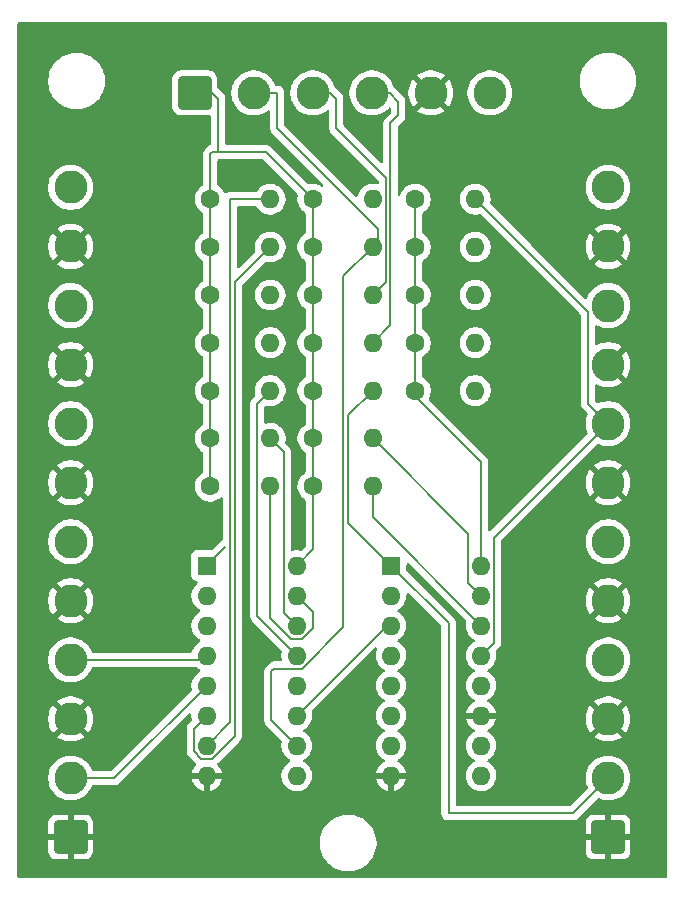
<source format=gbr>
G04 #@! TF.GenerationSoftware,KiCad,Pcbnew,9.0.0*
G04 #@! TF.CreationDate,2025-04-17T23:52:22+01:00*
G04 #@! TF.ProjectId,SNES_CONTROLLER,534e4553-5f43-44f4-9e54-524f4c4c4552,rev?*
G04 #@! TF.SameCoordinates,Original*
G04 #@! TF.FileFunction,Copper,L1,Top*
G04 #@! TF.FilePolarity,Positive*
%FSLAX46Y46*%
G04 Gerber Fmt 4.6, Leading zero omitted, Abs format (unit mm)*
G04 Created by KiCad (PCBNEW 9.0.0) date 2025-04-17 23:52:22*
%MOMM*%
%LPD*%
G01*
G04 APERTURE LIST*
G04 Aperture macros list*
%AMRoundRect*
0 Rectangle with rounded corners*
0 $1 Rounding radius*
0 $2 $3 $4 $5 $6 $7 $8 $9 X,Y pos of 4 corners*
0 Add a 4 corners polygon primitive as box body*
4,1,4,$2,$3,$4,$5,$6,$7,$8,$9,$2,$3,0*
0 Add four circle primitives for the rounded corners*
1,1,$1+$1,$2,$3*
1,1,$1+$1,$4,$5*
1,1,$1+$1,$6,$7*
1,1,$1+$1,$8,$9*
0 Add four rect primitives between the rounded corners*
20,1,$1+$1,$2,$3,$4,$5,0*
20,1,$1+$1,$4,$5,$6,$7,0*
20,1,$1+$1,$6,$7,$8,$9,0*
20,1,$1+$1,$8,$9,$2,$3,0*%
G04 Aperture macros list end*
G04 #@! TA.AperFunction,ComponentPad*
%ADD10C,1.600000*%
G04 #@! TD*
G04 #@! TA.AperFunction,ComponentPad*
%ADD11O,1.600000X1.600000*%
G04 #@! TD*
G04 #@! TA.AperFunction,ComponentPad*
%ADD12RoundRect,0.250001X1.149999X-1.149999X1.149999X1.149999X-1.149999X1.149999X-1.149999X-1.149999X0*%
G04 #@! TD*
G04 #@! TA.AperFunction,ComponentPad*
%ADD13C,2.800000*%
G04 #@! TD*
G04 #@! TA.AperFunction,ComponentPad*
%ADD14R,1.600000X1.600000*%
G04 #@! TD*
G04 #@! TA.AperFunction,ComponentPad*
%ADD15RoundRect,0.250001X-1.149999X-1.149999X1.149999X-1.149999X1.149999X1.149999X-1.149999X1.149999X0*%
G04 #@! TD*
G04 #@! TA.AperFunction,Conductor*
%ADD16C,0.200000*%
G04 #@! TD*
G04 APERTURE END LIST*
D10*
X124000000Y-75500000D03*
D11*
X129080000Y-75500000D03*
D10*
X124000000Y-83600000D03*
D11*
X129080000Y-83600000D03*
D10*
X132680000Y-87650000D03*
D11*
X137760000Y-87650000D03*
D12*
X103500000Y-129500000D03*
D13*
X103500000Y-124500000D03*
X103500000Y-119500000D03*
X103500000Y-114500000D03*
X103500000Y-109500000D03*
X103500000Y-104500000D03*
X103500000Y-99500000D03*
X103500000Y-94500000D03*
X103500000Y-89500000D03*
X103500000Y-84500000D03*
X103500000Y-79500000D03*
X103500000Y-74500000D03*
D14*
X130635000Y-106520000D03*
D11*
X130635000Y-109060000D03*
X130635000Y-111600000D03*
X130635000Y-114140000D03*
X130635000Y-116680000D03*
X130635000Y-119220000D03*
X130635000Y-121760000D03*
X130635000Y-124300000D03*
X138255000Y-124300000D03*
X138255000Y-121760000D03*
X138255000Y-119220000D03*
X138255000Y-116680000D03*
X138255000Y-114140000D03*
X138255000Y-111600000D03*
X138255000Y-109060000D03*
X138255000Y-106520000D03*
D10*
X132680000Y-91700000D03*
D11*
X137760000Y-91700000D03*
D10*
X115320000Y-95750000D03*
D11*
X120400000Y-95750000D03*
D10*
X132680000Y-75500000D03*
D11*
X137760000Y-75500000D03*
D10*
X115320000Y-79550000D03*
D11*
X120400000Y-79550000D03*
D12*
X149000000Y-129500000D03*
D13*
X149000000Y-124500000D03*
X149000000Y-119500000D03*
X149000000Y-114500000D03*
X149000000Y-109500000D03*
X149000000Y-104500000D03*
X149000000Y-99500000D03*
X149000000Y-94500000D03*
X149000000Y-89500000D03*
X149000000Y-84500000D03*
X149000000Y-79500000D03*
X149000000Y-74500000D03*
D10*
X115320000Y-75500000D03*
D11*
X120400000Y-75500000D03*
D10*
X124000000Y-79550000D03*
D11*
X129080000Y-79550000D03*
D15*
X114000000Y-66500000D03*
D13*
X119000000Y-66500000D03*
X124000000Y-66500000D03*
X129000000Y-66500000D03*
X134000000Y-66500000D03*
X139000000Y-66500000D03*
D10*
X124000000Y-95750000D03*
D11*
X129080000Y-95750000D03*
D10*
X115320000Y-99800000D03*
D11*
X120400000Y-99800000D03*
D10*
X124000000Y-87650000D03*
D11*
X129080000Y-87650000D03*
D10*
X115320000Y-87650000D03*
D11*
X120400000Y-87650000D03*
D14*
X115015000Y-106520000D03*
D11*
X115015000Y-109060000D03*
X115015000Y-111600000D03*
X115015000Y-114140000D03*
X115015000Y-116680000D03*
X115015000Y-119220000D03*
X115015000Y-121760000D03*
X115015000Y-124300000D03*
X122635000Y-124300000D03*
X122635000Y-121760000D03*
X122635000Y-119220000D03*
X122635000Y-116680000D03*
X122635000Y-114140000D03*
X122635000Y-111600000D03*
X122635000Y-109060000D03*
X122635000Y-106520000D03*
D10*
X124000000Y-91700000D03*
D11*
X129080000Y-91700000D03*
D10*
X115320000Y-91700000D03*
D11*
X120400000Y-91700000D03*
D10*
X115320000Y-83600000D03*
D11*
X120400000Y-83600000D03*
D10*
X132680000Y-83600000D03*
D11*
X137760000Y-83600000D03*
D10*
X124000000Y-99800000D03*
D11*
X129080000Y-99800000D03*
D10*
X132680000Y-79550000D03*
D11*
X137760000Y-79550000D03*
D16*
X132680000Y-79550000D02*
X132680000Y-83600000D01*
X115320000Y-75500000D02*
X115320000Y-71680000D01*
X124000000Y-75500000D02*
X124000000Y-79550000D01*
X132680000Y-75500000D02*
X132680000Y-79550000D01*
X132680000Y-83600000D02*
X132680000Y-87650000D01*
X115320000Y-71680000D02*
X115500000Y-71500000D01*
X132680000Y-92180000D02*
X138255000Y-97755000D01*
X116000000Y-71500000D02*
X116500000Y-71500000D01*
X115320000Y-87650000D02*
X115320000Y-91700000D01*
X124000000Y-95750000D02*
X124000000Y-99800000D01*
X115320000Y-79550000D02*
X115320000Y-83600000D01*
X114000000Y-66500000D02*
X115500000Y-66500000D01*
X124000000Y-87650000D02*
X124000000Y-91700000D01*
X124000000Y-105155000D02*
X122635000Y-106520000D01*
X115500000Y-66500000D02*
X116000000Y-67000000D01*
X124000000Y-79550000D02*
X124000000Y-83600000D01*
X115320000Y-83600000D02*
X115320000Y-87650000D01*
X124000000Y-99800000D02*
X124000000Y-105155000D01*
X115500000Y-71500000D02*
X116000000Y-71500000D01*
X116500000Y-71500000D02*
X120000000Y-71500000D01*
X124000000Y-83600000D02*
X124000000Y-87650000D01*
X132680000Y-91700000D02*
X132680000Y-92180000D01*
X132680000Y-87650000D02*
X132680000Y-91700000D01*
X124000000Y-91700000D02*
X124000000Y-95750000D01*
X115320000Y-75500000D02*
X115320000Y-79550000D01*
X138255000Y-97755000D02*
X138255000Y-106520000D01*
X115320000Y-91700000D02*
X115320000Y-95750000D01*
X124000000Y-75500000D02*
X120000000Y-71500000D01*
X115320000Y-95750000D02*
X115320000Y-99800000D01*
X116000000Y-67000000D02*
X116000000Y-71500000D01*
X130180000Y-82500000D02*
X129080000Y-83600000D01*
X125500000Y-66500000D02*
X126000000Y-67000000D01*
X124000000Y-66500000D02*
X125500000Y-66500000D01*
X126000000Y-67000000D02*
X126000000Y-69500000D01*
X126000000Y-69500000D02*
X130180000Y-73680000D01*
X130180000Y-73680000D02*
X130180000Y-82500000D01*
X126600000Y-111730635D02*
X126600000Y-82030000D01*
X123090635Y-115240000D02*
X126600000Y-111730635D01*
X129500000Y-79130000D02*
X129080000Y-79550000D01*
X129500000Y-78000000D02*
X129500000Y-79130000D01*
X120740000Y-115240000D02*
X120500000Y-115480000D01*
X121000000Y-69500000D02*
X129500000Y-78000000D01*
X120740000Y-115240000D02*
X123090635Y-115240000D01*
X122635000Y-121760000D02*
X120500000Y-119625000D01*
X126600000Y-82030000D02*
X129080000Y-79550000D01*
X121000000Y-66500000D02*
X121000000Y-69500000D01*
X119000000Y-66500000D02*
X121000000Y-66500000D01*
X120500000Y-115480000D02*
X120500000Y-119625000D01*
X130580000Y-86150000D02*
X129080000Y-87650000D01*
X130500000Y-66500000D02*
X131250000Y-67250000D01*
X129000000Y-66500000D02*
X130500000Y-66500000D01*
X131250000Y-67250000D02*
X131250000Y-68410000D01*
X131250000Y-68410000D02*
X130580000Y-69080000D01*
X130580000Y-69080000D02*
X130580000Y-86150000D01*
X103500000Y-114500000D02*
X114655000Y-114500000D01*
X114655000Y-114500000D02*
X115015000Y-114140000D01*
X120400000Y-99800000D02*
X120400000Y-110920635D01*
X123090635Y-112700000D02*
X124000000Y-111790635D01*
X122179365Y-112700000D02*
X123090635Y-112700000D01*
X120400000Y-110920635D02*
X122179365Y-112700000D01*
X124000000Y-111790635D02*
X124000000Y-110425000D01*
X124000000Y-110425000D02*
X122635000Y-109060000D01*
X115035000Y-106500000D02*
X115000000Y-106500000D01*
X115015000Y-106520000D02*
X116600000Y-104935000D01*
X116600000Y-104935000D02*
X115035000Y-106500000D01*
X120400000Y-95750000D02*
X121535000Y-96885000D01*
X121535000Y-96885000D02*
X121535000Y-110500000D01*
X121535000Y-110500000D02*
X122635000Y-111600000D01*
X107195000Y-124500000D02*
X115015000Y-116680000D01*
X103500000Y-124500000D02*
X107195000Y-124500000D01*
X119300000Y-92800000D02*
X119300000Y-110805000D01*
X119300000Y-110805000D02*
X122635000Y-114140000D01*
X120400000Y-91700000D02*
X119300000Y-92800000D01*
X117000000Y-119775000D02*
X115015000Y-121760000D01*
X117000000Y-75500000D02*
X117000000Y-119775000D01*
X120400000Y-75500000D02*
X117000000Y-75500000D01*
X135500000Y-111385000D02*
X135500000Y-127500000D01*
X146000000Y-127500000D02*
X149000000Y-124500000D01*
X129080000Y-91700000D02*
X127000000Y-93780000D01*
X130635000Y-106520000D02*
X135500000Y-111385000D01*
X127000000Y-102885000D02*
X130635000Y-106520000D01*
X135500000Y-127500000D02*
X146000000Y-127500000D01*
X127000000Y-93780000D02*
X127000000Y-102885000D01*
X149000000Y-94500000D02*
X139355000Y-104145000D01*
X137760000Y-75500000D02*
X147300000Y-85040000D01*
X147300000Y-92800000D02*
X149000000Y-94500000D01*
X139355000Y-113040000D02*
X138255000Y-114140000D01*
X139355000Y-104145000D02*
X139355000Y-113040000D01*
X147300000Y-85040000D02*
X147300000Y-92800000D01*
X120400000Y-79550000D02*
X117400000Y-82550000D01*
X117400000Y-120930635D02*
X115470635Y-122860000D01*
X113915000Y-122215635D02*
X113915000Y-120320000D01*
X114559365Y-122860000D02*
X113915000Y-122215635D01*
X115470635Y-122860000D02*
X114559365Y-122860000D01*
X117400000Y-82550000D02*
X117400000Y-120930635D01*
X113915000Y-120320000D02*
X115015000Y-119220000D01*
X137155000Y-107960000D02*
X138255000Y-109060000D01*
X137155000Y-103825000D02*
X137155000Y-107960000D01*
X129080000Y-95750000D02*
X137155000Y-103825000D01*
X129080000Y-102425000D02*
X138255000Y-111600000D01*
X129080000Y-99800000D02*
X129080000Y-102425000D01*
X130255000Y-111600000D02*
X130635000Y-111600000D01*
X122635000Y-119220000D02*
X130255000Y-111600000D01*
G04 #@! TA.AperFunction,Conductor*
G36*
X153943039Y-60519685D02*
G01*
X153988794Y-60572489D01*
X154000000Y-60624000D01*
X154000000Y-132876000D01*
X153980315Y-132943039D01*
X153927511Y-132988794D01*
X153876000Y-133000000D01*
X99124000Y-133000000D01*
X99056961Y-132980315D01*
X99011206Y-132927511D01*
X99000000Y-132876000D01*
X99000000Y-128300014D01*
X101600000Y-128300014D01*
X101600000Y-129250000D01*
X102899999Y-129250000D01*
X102874979Y-129310402D01*
X102850000Y-129435981D01*
X102850000Y-129564019D01*
X102874979Y-129689598D01*
X102899999Y-129750000D01*
X101600000Y-129750000D01*
X101600000Y-130699985D01*
X101610493Y-130802689D01*
X101610494Y-130802696D01*
X101665641Y-130969118D01*
X101665643Y-130969123D01*
X101757684Y-131118344D01*
X101881655Y-131242315D01*
X102030876Y-131334356D01*
X102030881Y-131334358D01*
X102197303Y-131389505D01*
X102197310Y-131389506D01*
X102300014Y-131399999D01*
X102300027Y-131400000D01*
X103250000Y-131400000D01*
X103250000Y-130100001D01*
X103310402Y-130125021D01*
X103435981Y-130150000D01*
X103564019Y-130150000D01*
X103689598Y-130125021D01*
X103750000Y-130100001D01*
X103750000Y-131400000D01*
X104699973Y-131400000D01*
X104699985Y-131399999D01*
X104802689Y-131389506D01*
X104802696Y-131389505D01*
X104969118Y-131334358D01*
X104969123Y-131334356D01*
X105118344Y-131242315D01*
X105242315Y-131118344D01*
X105334356Y-130969123D01*
X105334358Y-130969118D01*
X105389505Y-130802696D01*
X105389506Y-130802689D01*
X105399999Y-130699985D01*
X105400000Y-130699972D01*
X105400000Y-129865186D01*
X124599500Y-129865186D01*
X124599500Y-130134813D01*
X124629686Y-130402719D01*
X124629688Y-130402731D01*
X124689684Y-130665594D01*
X124689687Y-130665602D01*
X124778734Y-130920082D01*
X124895714Y-131162994D01*
X124895716Y-131162997D01*
X125039162Y-131391289D01*
X125207266Y-131602085D01*
X125397915Y-131792734D01*
X125608711Y-131960838D01*
X125837003Y-132104284D01*
X126079921Y-132221267D01*
X126271049Y-132288145D01*
X126334397Y-132310312D01*
X126334405Y-132310315D01*
X126334408Y-132310315D01*
X126334409Y-132310316D01*
X126597268Y-132370312D01*
X126865187Y-132400499D01*
X126865188Y-132400500D01*
X126865191Y-132400500D01*
X127134812Y-132400500D01*
X127134812Y-132400499D01*
X127402732Y-132370312D01*
X127665591Y-132310316D01*
X127920079Y-132221267D01*
X128162997Y-132104284D01*
X128391289Y-131960838D01*
X128602085Y-131792734D01*
X128792734Y-131602085D01*
X128960838Y-131391289D01*
X129104284Y-131162997D01*
X129221267Y-130920079D01*
X129310316Y-130665591D01*
X129370312Y-130402732D01*
X129400500Y-130134809D01*
X129400500Y-129865191D01*
X129400499Y-129865186D01*
X129400499Y-129865184D01*
X129383299Y-129712521D01*
X129370313Y-129597280D01*
X129370312Y-129597268D01*
X129310316Y-129334409D01*
X129221267Y-129079921D01*
X129104284Y-128837003D01*
X128960838Y-128608711D01*
X128792734Y-128397915D01*
X128694833Y-128300014D01*
X147100000Y-128300014D01*
X147100000Y-129250000D01*
X148399999Y-129250000D01*
X148374979Y-129310402D01*
X148350000Y-129435981D01*
X148350000Y-129564019D01*
X148374979Y-129689598D01*
X148399999Y-129750000D01*
X147100000Y-129750000D01*
X147100000Y-130699985D01*
X147110493Y-130802689D01*
X147110494Y-130802696D01*
X147165641Y-130969118D01*
X147165643Y-130969123D01*
X147257684Y-131118344D01*
X147381655Y-131242315D01*
X147530876Y-131334356D01*
X147530881Y-131334358D01*
X147697303Y-131389505D01*
X147697310Y-131389506D01*
X147800014Y-131399999D01*
X147800027Y-131400000D01*
X148750000Y-131400000D01*
X148750000Y-130100001D01*
X148810402Y-130125021D01*
X148935981Y-130150000D01*
X149064019Y-130150000D01*
X149189598Y-130125021D01*
X149250000Y-130100001D01*
X149250000Y-131400000D01*
X150199973Y-131400000D01*
X150199985Y-131399999D01*
X150302689Y-131389506D01*
X150302696Y-131389505D01*
X150469118Y-131334358D01*
X150469123Y-131334356D01*
X150618344Y-131242315D01*
X150742315Y-131118344D01*
X150834356Y-130969123D01*
X150834358Y-130969118D01*
X150889505Y-130802696D01*
X150889506Y-130802689D01*
X150899999Y-130699985D01*
X150900000Y-130699972D01*
X150900000Y-129750000D01*
X149600001Y-129750000D01*
X149625021Y-129689598D01*
X149650000Y-129564019D01*
X149650000Y-129435981D01*
X149625021Y-129310402D01*
X149600001Y-129250000D01*
X150900000Y-129250000D01*
X150900000Y-128300027D01*
X150899999Y-128300014D01*
X150889506Y-128197310D01*
X150889505Y-128197303D01*
X150834358Y-128030881D01*
X150834356Y-128030876D01*
X150742315Y-127881655D01*
X150618344Y-127757684D01*
X150469123Y-127665643D01*
X150469118Y-127665641D01*
X150302696Y-127610494D01*
X150302689Y-127610493D01*
X150199985Y-127600000D01*
X149250000Y-127600000D01*
X149250000Y-128899998D01*
X149189598Y-128874979D01*
X149064019Y-128850000D01*
X148935981Y-128850000D01*
X148810402Y-128874979D01*
X148750000Y-128899998D01*
X148750000Y-127600000D01*
X147800014Y-127600000D01*
X147697310Y-127610493D01*
X147697303Y-127610494D01*
X147530881Y-127665641D01*
X147530876Y-127665643D01*
X147381655Y-127757684D01*
X147257684Y-127881655D01*
X147165643Y-128030876D01*
X147165641Y-128030881D01*
X147110494Y-128197303D01*
X147110493Y-128197310D01*
X147100000Y-128300014D01*
X128694833Y-128300014D01*
X128602085Y-128207266D01*
X128391289Y-128039162D01*
X128162997Y-127895716D01*
X128162994Y-127895714D01*
X127920082Y-127778734D01*
X127665602Y-127689687D01*
X127665594Y-127689684D01*
X127468446Y-127644687D01*
X127402732Y-127629688D01*
X127402728Y-127629687D01*
X127402719Y-127629686D01*
X127134813Y-127599500D01*
X127134809Y-127599500D01*
X126865191Y-127599500D01*
X126865186Y-127599500D01*
X126597280Y-127629686D01*
X126597268Y-127629688D01*
X126334405Y-127689684D01*
X126334397Y-127689687D01*
X126079917Y-127778734D01*
X125837005Y-127895714D01*
X125608712Y-128039161D01*
X125397915Y-128207265D01*
X125207265Y-128397915D01*
X125039161Y-128608712D01*
X124895714Y-128837005D01*
X124778734Y-129079917D01*
X124689687Y-129334397D01*
X124689684Y-129334405D01*
X124629688Y-129597268D01*
X124629686Y-129597280D01*
X124599500Y-129865186D01*
X105400000Y-129865186D01*
X105400000Y-129750000D01*
X104100001Y-129750000D01*
X104125021Y-129689598D01*
X104150000Y-129564019D01*
X104150000Y-129435981D01*
X104125021Y-129310402D01*
X104100001Y-129250000D01*
X105400000Y-129250000D01*
X105400000Y-128300027D01*
X105399999Y-128300014D01*
X105389506Y-128197310D01*
X105389505Y-128197303D01*
X105334358Y-128030881D01*
X105334356Y-128030876D01*
X105242315Y-127881655D01*
X105118344Y-127757684D01*
X104969123Y-127665643D01*
X104969118Y-127665641D01*
X104802696Y-127610494D01*
X104802689Y-127610493D01*
X104699985Y-127600000D01*
X103750000Y-127600000D01*
X103750000Y-128899998D01*
X103689598Y-128874979D01*
X103564019Y-128850000D01*
X103435981Y-128850000D01*
X103310402Y-128874979D01*
X103250000Y-128899998D01*
X103250000Y-127600000D01*
X102300014Y-127600000D01*
X102197310Y-127610493D01*
X102197303Y-127610494D01*
X102030881Y-127665641D01*
X102030876Y-127665643D01*
X101881655Y-127757684D01*
X101757684Y-127881655D01*
X101665643Y-128030876D01*
X101665641Y-128030881D01*
X101610494Y-128197303D01*
X101610493Y-128197310D01*
X101600000Y-128300014D01*
X99000000Y-128300014D01*
X99000000Y-119375466D01*
X101600000Y-119375466D01*
X101600000Y-119624533D01*
X101632508Y-119871463D01*
X101696973Y-120112049D01*
X101792283Y-120342148D01*
X101792288Y-120342159D01*
X101916813Y-120557841D01*
X101916819Y-120557849D01*
X101991400Y-120655045D01*
X102898958Y-119747487D01*
X102923978Y-119807890D01*
X102995112Y-119914351D01*
X103085649Y-120004888D01*
X103192110Y-120076022D01*
X103252511Y-120101041D01*
X102344953Y-121008598D01*
X102442150Y-121083180D01*
X102442158Y-121083186D01*
X102657840Y-121207711D01*
X102657851Y-121207716D01*
X102887950Y-121303026D01*
X103128536Y-121367491D01*
X103375466Y-121400000D01*
X103624534Y-121400000D01*
X103871463Y-121367491D01*
X104112049Y-121303026D01*
X104342148Y-121207716D01*
X104342159Y-121207711D01*
X104557855Y-121083178D01*
X104655045Y-121008600D01*
X104655045Y-121008597D01*
X103747488Y-120101041D01*
X103807890Y-120076022D01*
X103914351Y-120004888D01*
X104004888Y-119914351D01*
X104076022Y-119807890D01*
X104101041Y-119747488D01*
X105008597Y-120655045D01*
X105008600Y-120655045D01*
X105083178Y-120557855D01*
X105207711Y-120342159D01*
X105207716Y-120342148D01*
X105303026Y-120112049D01*
X105367491Y-119871463D01*
X105400000Y-119624533D01*
X105400000Y-119375466D01*
X105367491Y-119128536D01*
X105303026Y-118887950D01*
X105207716Y-118657851D01*
X105207711Y-118657840D01*
X105083186Y-118442158D01*
X105083180Y-118442150D01*
X105008598Y-118344953D01*
X104101041Y-119252510D01*
X104076022Y-119192110D01*
X104004888Y-119085649D01*
X103914351Y-118995112D01*
X103807890Y-118923978D01*
X103747487Y-118898957D01*
X104655045Y-117991400D01*
X104557849Y-117916819D01*
X104557841Y-117916813D01*
X104342159Y-117792288D01*
X104342148Y-117792283D01*
X104112049Y-117696973D01*
X103871463Y-117632508D01*
X103624534Y-117600000D01*
X103375466Y-117600000D01*
X103128536Y-117632508D01*
X102887950Y-117696973D01*
X102657851Y-117792283D01*
X102657847Y-117792285D01*
X102442143Y-117916823D01*
X102344953Y-117991399D01*
X102344953Y-117991400D01*
X103252511Y-118898958D01*
X103192110Y-118923978D01*
X103085649Y-118995112D01*
X102995112Y-119085649D01*
X102923978Y-119192110D01*
X102898958Y-119252511D01*
X101991400Y-118344953D01*
X101991399Y-118344953D01*
X101916823Y-118442143D01*
X101792285Y-118657847D01*
X101792283Y-118657851D01*
X101696973Y-118887950D01*
X101632508Y-119128536D01*
X101600000Y-119375466D01*
X99000000Y-119375466D01*
X99000000Y-114375441D01*
X101599500Y-114375441D01*
X101599500Y-114624558D01*
X101599501Y-114624575D01*
X101625441Y-114821614D01*
X101632018Y-114871565D01*
X101666292Y-114999478D01*
X101696498Y-115112207D01*
X101791830Y-115342361D01*
X101791837Y-115342376D01*
X101916400Y-115558126D01*
X102068060Y-115755774D01*
X102068066Y-115755781D01*
X102244218Y-115931933D01*
X102244225Y-115931939D01*
X102441873Y-116083599D01*
X102657623Y-116208162D01*
X102657638Y-116208169D01*
X102756825Y-116249253D01*
X102887793Y-116303502D01*
X103128435Y-116367982D01*
X103375435Y-116400500D01*
X103375442Y-116400500D01*
X103624558Y-116400500D01*
X103624565Y-116400500D01*
X103871565Y-116367982D01*
X104112207Y-116303502D01*
X104342373Y-116208164D01*
X104558127Y-116083599D01*
X104755776Y-115931938D01*
X104931938Y-115755776D01*
X105083599Y-115558127D01*
X105208164Y-115342373D01*
X105276644Y-115177048D01*
X105320485Y-115122644D01*
X105386779Y-115100579D01*
X105391205Y-115100500D01*
X114085193Y-115100500D01*
X114152232Y-115120185D01*
X114165731Y-115130215D01*
X114167788Y-115131972D01*
X114317968Y-115241082D01*
X114333390Y-115252287D01*
X114424840Y-115298883D01*
X114426080Y-115299515D01*
X114476876Y-115347490D01*
X114493671Y-115415311D01*
X114471134Y-115481446D01*
X114426080Y-115520485D01*
X114333386Y-115567715D01*
X114167786Y-115688028D01*
X114023028Y-115832786D01*
X113902715Y-115998386D01*
X113809781Y-116180776D01*
X113746522Y-116375465D01*
X113714500Y-116577648D01*
X113714500Y-116782351D01*
X113746522Y-116984534D01*
X113751173Y-116998848D01*
X113753165Y-117068690D01*
X113720921Y-117124842D01*
X106982584Y-123863181D01*
X106921261Y-123896666D01*
X106894903Y-123899500D01*
X105391205Y-123899500D01*
X105324166Y-123879815D01*
X105278411Y-123827011D01*
X105276644Y-123822952D01*
X105208169Y-123657638D01*
X105208162Y-123657623D01*
X105083599Y-123441873D01*
X104931939Y-123244225D01*
X104931933Y-123244218D01*
X104755781Y-123068066D01*
X104755774Y-123068060D01*
X104558126Y-122916400D01*
X104342376Y-122791837D01*
X104342361Y-122791830D01*
X104112207Y-122696498D01*
X103871561Y-122632017D01*
X103624575Y-122599501D01*
X103624570Y-122599500D01*
X103624565Y-122599500D01*
X103375435Y-122599500D01*
X103375429Y-122599500D01*
X103375424Y-122599501D01*
X103128438Y-122632017D01*
X102887792Y-122696498D01*
X102657638Y-122791830D01*
X102657623Y-122791837D01*
X102441873Y-122916400D01*
X102244225Y-123068060D01*
X102244218Y-123068066D01*
X102068066Y-123244218D01*
X102068060Y-123244225D01*
X101916400Y-123441873D01*
X101791837Y-123657623D01*
X101791830Y-123657638D01*
X101696498Y-123887792D01*
X101632017Y-124128438D01*
X101599501Y-124375424D01*
X101599500Y-124375441D01*
X101599500Y-124624558D01*
X101599501Y-124624575D01*
X101631642Y-124868716D01*
X101632018Y-124871565D01*
X101661435Y-124981349D01*
X101696498Y-125112207D01*
X101791830Y-125342361D01*
X101791837Y-125342376D01*
X101916400Y-125558126D01*
X102068060Y-125755774D01*
X102068066Y-125755781D01*
X102244218Y-125931933D01*
X102244225Y-125931939D01*
X102441873Y-126083599D01*
X102657623Y-126208162D01*
X102657638Y-126208169D01*
X102718552Y-126233400D01*
X102887793Y-126303502D01*
X103128435Y-126367982D01*
X103375435Y-126400500D01*
X103375442Y-126400500D01*
X103624558Y-126400500D01*
X103624565Y-126400500D01*
X103871565Y-126367982D01*
X104112207Y-126303502D01*
X104342373Y-126208164D01*
X104558127Y-126083599D01*
X104755776Y-125931938D01*
X104931938Y-125755776D01*
X105083599Y-125558127D01*
X105208164Y-125342373D01*
X105276644Y-125177048D01*
X105320485Y-125122644D01*
X105386779Y-125100579D01*
X105391205Y-125100500D01*
X107108331Y-125100500D01*
X107108347Y-125100501D01*
X107115943Y-125100501D01*
X107274054Y-125100501D01*
X107274057Y-125100501D01*
X107426785Y-125059577D01*
X107476904Y-125030639D01*
X107563716Y-124980520D01*
X107675520Y-124868716D01*
X107675520Y-124868714D01*
X107685728Y-124858507D01*
X107685730Y-124858504D01*
X113502819Y-119041415D01*
X113564142Y-119007930D01*
X113633834Y-119012914D01*
X113689767Y-119054786D01*
X113714184Y-119120250D01*
X113714500Y-119129096D01*
X113714500Y-119322351D01*
X113746522Y-119524534D01*
X113751173Y-119538848D01*
X113751606Y-119554059D01*
X113756924Y-119568315D01*
X113752582Y-119588271D01*
X113753165Y-119608690D01*
X113745076Y-119622775D01*
X113742072Y-119636588D01*
X113720921Y-119664842D01*
X113546286Y-119839478D01*
X113434481Y-119951282D01*
X113434479Y-119951285D01*
X113384361Y-120038094D01*
X113384359Y-120038096D01*
X113355425Y-120088209D01*
X113355424Y-120088210D01*
X113345561Y-120125021D01*
X113314499Y-120240943D01*
X113314499Y-120240945D01*
X113314499Y-120409046D01*
X113314500Y-120409059D01*
X113314500Y-122128965D01*
X113314499Y-122128983D01*
X113314499Y-122294689D01*
X113314498Y-122294689D01*
X113355423Y-122447422D01*
X113362376Y-122459464D01*
X113362378Y-122459466D01*
X113434477Y-122584347D01*
X113434481Y-122584352D01*
X113553349Y-122703220D01*
X113553355Y-122703225D01*
X114075644Y-123225515D01*
X114109129Y-123286838D01*
X114104145Y-123356530D01*
X114075645Y-123400876D01*
X114023418Y-123453103D01*
X114023417Y-123453105D01*
X113903140Y-123618650D01*
X113810244Y-123800970D01*
X113747009Y-123995586D01*
X113738391Y-124050000D01*
X114699314Y-124050000D01*
X114694920Y-124054394D01*
X114642259Y-124145606D01*
X114615000Y-124247339D01*
X114615000Y-124352661D01*
X114642259Y-124454394D01*
X114694920Y-124545606D01*
X114699314Y-124550000D01*
X113738391Y-124550000D01*
X113747009Y-124604413D01*
X113810244Y-124799029D01*
X113903140Y-124981349D01*
X114023417Y-125146894D01*
X114023417Y-125146895D01*
X114168104Y-125291582D01*
X114333650Y-125411859D01*
X114515968Y-125504754D01*
X114710578Y-125567988D01*
X114765000Y-125576607D01*
X114765000Y-124615686D01*
X114769394Y-124620080D01*
X114860606Y-124672741D01*
X114962339Y-124700000D01*
X115067661Y-124700000D01*
X115169394Y-124672741D01*
X115260606Y-124620080D01*
X115265000Y-124615686D01*
X115265000Y-125576606D01*
X115319421Y-125567988D01*
X115514031Y-125504754D01*
X115696349Y-125411859D01*
X115861894Y-125291582D01*
X115861895Y-125291582D01*
X116006582Y-125146895D01*
X116006582Y-125146894D01*
X116126859Y-124981349D01*
X116219755Y-124799029D01*
X116282990Y-124604413D01*
X116291609Y-124550000D01*
X115330686Y-124550000D01*
X115335080Y-124545606D01*
X115387741Y-124454394D01*
X115415000Y-124352661D01*
X115415000Y-124247339D01*
X115387741Y-124145606D01*
X115335080Y-124054394D01*
X115330686Y-124050000D01*
X116291609Y-124050000D01*
X116282990Y-123995586D01*
X116219755Y-123800970D01*
X116126859Y-123618650D01*
X116006582Y-123453105D01*
X116006582Y-123453104D01*
X115954355Y-123400877D01*
X115950021Y-123392941D01*
X115942779Y-123387521D01*
X115933535Y-123362749D01*
X115920870Y-123339554D01*
X115921515Y-123330534D01*
X115918353Y-123322060D01*
X115923968Y-123296228D01*
X115925854Y-123269862D01*
X115931666Y-123260816D01*
X115933195Y-123253785D01*
X115954303Y-123225586D01*
X115954342Y-123225527D01*
X115954354Y-123225515D01*
X115961359Y-123218509D01*
X115961362Y-123218508D01*
X115961365Y-123218504D01*
X117758506Y-121421363D01*
X117758511Y-121421359D01*
X117768714Y-121411155D01*
X117768716Y-121411155D01*
X117880520Y-121299351D01*
X117945983Y-121185965D01*
X117959577Y-121162420D01*
X118000500Y-121009692D01*
X118000500Y-120851578D01*
X118000500Y-87547648D01*
X119099500Y-87547648D01*
X119099500Y-87752351D01*
X119131522Y-87954534D01*
X119194781Y-88149223D01*
X119287715Y-88331613D01*
X119408028Y-88497213D01*
X119552786Y-88641971D01*
X119707749Y-88754556D01*
X119718390Y-88762287D01*
X119799499Y-88803614D01*
X119900776Y-88855218D01*
X119900778Y-88855218D01*
X119900781Y-88855220D01*
X119961593Y-88874979D01*
X120095465Y-88918477D01*
X120130197Y-88923978D01*
X120297648Y-88950500D01*
X120297649Y-88950500D01*
X120502351Y-88950500D01*
X120502352Y-88950500D01*
X120704534Y-88918477D01*
X120899219Y-88855220D01*
X121081610Y-88762287D01*
X121174590Y-88694732D01*
X121247213Y-88641971D01*
X121247215Y-88641968D01*
X121247219Y-88641966D01*
X121391966Y-88497219D01*
X121391968Y-88497215D01*
X121391971Y-88497213D01*
X121444732Y-88424590D01*
X121512287Y-88331610D01*
X121605220Y-88149219D01*
X121668477Y-87954534D01*
X121700500Y-87752352D01*
X121700500Y-87547648D01*
X121668477Y-87345466D01*
X121605220Y-87150781D01*
X121605218Y-87150778D01*
X121605218Y-87150776D01*
X121571503Y-87084607D01*
X121512287Y-86968390D01*
X121479500Y-86923262D01*
X121391971Y-86802786D01*
X121247213Y-86658028D01*
X121081613Y-86537715D01*
X121081612Y-86537714D01*
X121081610Y-86537713D01*
X121024653Y-86508691D01*
X120899223Y-86444781D01*
X120704534Y-86381522D01*
X120529995Y-86353878D01*
X120502352Y-86349500D01*
X120297648Y-86349500D01*
X120273329Y-86353351D01*
X120095465Y-86381522D01*
X119900776Y-86444781D01*
X119718386Y-86537715D01*
X119552786Y-86658028D01*
X119408028Y-86802786D01*
X119287715Y-86968386D01*
X119194781Y-87150776D01*
X119131522Y-87345465D01*
X119099500Y-87547648D01*
X118000500Y-87547648D01*
X118000500Y-83497648D01*
X119099500Y-83497648D01*
X119099500Y-83702351D01*
X119131522Y-83904534D01*
X119194781Y-84099223D01*
X119287715Y-84281613D01*
X119408028Y-84447213D01*
X119552786Y-84591971D01*
X119665067Y-84673546D01*
X119718390Y-84712287D01*
X119799499Y-84753614D01*
X119900776Y-84805218D01*
X119900778Y-84805218D01*
X119900781Y-84805220D01*
X119975818Y-84829601D01*
X120095465Y-84868477D01*
X120196557Y-84884488D01*
X120297648Y-84900500D01*
X120297649Y-84900500D01*
X120502351Y-84900500D01*
X120502352Y-84900500D01*
X120704534Y-84868477D01*
X120899219Y-84805220D01*
X121081610Y-84712287D01*
X121174590Y-84644732D01*
X121247213Y-84591971D01*
X121247215Y-84591968D01*
X121247219Y-84591966D01*
X121391966Y-84447219D01*
X121391968Y-84447215D01*
X121391971Y-84447213D01*
X121444732Y-84374590D01*
X121512287Y-84281610D01*
X121605220Y-84099219D01*
X121668477Y-83904534D01*
X121700500Y-83702352D01*
X121700500Y-83497648D01*
X121691666Y-83441873D01*
X121668477Y-83295465D01*
X121605218Y-83100776D01*
X121571503Y-83034607D01*
X121512287Y-82918390D01*
X121462670Y-82850097D01*
X121391971Y-82752786D01*
X121247213Y-82608028D01*
X121081613Y-82487715D01*
X121081612Y-82487714D01*
X121081610Y-82487713D01*
X121024653Y-82458691D01*
X120899223Y-82394781D01*
X120704534Y-82331522D01*
X120529995Y-82303878D01*
X120502352Y-82299500D01*
X120297648Y-82299500D01*
X120273329Y-82303351D01*
X120095465Y-82331522D01*
X119900776Y-82394781D01*
X119718386Y-82487715D01*
X119552786Y-82608028D01*
X119408028Y-82752786D01*
X119287715Y-82918386D01*
X119194781Y-83100776D01*
X119131522Y-83295465D01*
X119099500Y-83497648D01*
X118000500Y-83497648D01*
X118000500Y-82850097D01*
X118020185Y-82783058D01*
X118036819Y-82762416D01*
X118848292Y-81950943D01*
X119955159Y-80844075D01*
X120016480Y-80810592D01*
X120081154Y-80813826D01*
X120095466Y-80818477D01*
X120297648Y-80850500D01*
X120297649Y-80850500D01*
X120502351Y-80850500D01*
X120502352Y-80850500D01*
X120704534Y-80818477D01*
X120899219Y-80755220D01*
X121081610Y-80662287D01*
X121174590Y-80594732D01*
X121247213Y-80541971D01*
X121247215Y-80541968D01*
X121247219Y-80541966D01*
X121391966Y-80397219D01*
X121391968Y-80397215D01*
X121391971Y-80397213D01*
X121444732Y-80324590D01*
X121512287Y-80231610D01*
X121605220Y-80049219D01*
X121668477Y-79854534D01*
X121700500Y-79652352D01*
X121700500Y-79447648D01*
X121678762Y-79310402D01*
X121668477Y-79245465D01*
X121605218Y-79050776D01*
X121571503Y-78984607D01*
X121512287Y-78868390D01*
X121479500Y-78823262D01*
X121391971Y-78702786D01*
X121247213Y-78558028D01*
X121081613Y-78437715D01*
X121081612Y-78437714D01*
X121081610Y-78437713D01*
X121024653Y-78408691D01*
X120899223Y-78344781D01*
X120704534Y-78281522D01*
X120529995Y-78253878D01*
X120502352Y-78249500D01*
X120297648Y-78249500D01*
X120273329Y-78253351D01*
X120095465Y-78281522D01*
X119900776Y-78344781D01*
X119718386Y-78437715D01*
X119552786Y-78558028D01*
X119408028Y-78702786D01*
X119287715Y-78868386D01*
X119194781Y-79050776D01*
X119131522Y-79245465D01*
X119099500Y-79447648D01*
X119099500Y-79652351D01*
X119131523Y-79854535D01*
X119136172Y-79868845D01*
X119138165Y-79938687D01*
X119105921Y-79994841D01*
X117812181Y-81288582D01*
X117750858Y-81322067D01*
X117681166Y-81317083D01*
X117625233Y-81275211D01*
X117600816Y-81209747D01*
X117600500Y-81200901D01*
X117600500Y-76224500D01*
X117620185Y-76157461D01*
X117672989Y-76111706D01*
X117724500Y-76100500D01*
X119170398Y-76100500D01*
X119237437Y-76120185D01*
X119280883Y-76168205D01*
X119287715Y-76181614D01*
X119408028Y-76347213D01*
X119552786Y-76491971D01*
X119707749Y-76604556D01*
X119718390Y-76612287D01*
X119799499Y-76653614D01*
X119900776Y-76705218D01*
X119900778Y-76705218D01*
X119900781Y-76705220D01*
X119975818Y-76729601D01*
X120095465Y-76768477D01*
X120196557Y-76784488D01*
X120297648Y-76800500D01*
X120297649Y-76800500D01*
X120502351Y-76800500D01*
X120502352Y-76800500D01*
X120704534Y-76768477D01*
X120899219Y-76705220D01*
X121081610Y-76612287D01*
X121174590Y-76544732D01*
X121247213Y-76491971D01*
X121247215Y-76491968D01*
X121247219Y-76491966D01*
X121391966Y-76347219D01*
X121391968Y-76347215D01*
X121391971Y-76347213D01*
X121444732Y-76274590D01*
X121512287Y-76181610D01*
X121605220Y-75999219D01*
X121668477Y-75804534D01*
X121700500Y-75602352D01*
X121700500Y-75397648D01*
X121682121Y-75281612D01*
X121668477Y-75195465D01*
X121622888Y-75055157D01*
X121605220Y-75000781D01*
X121605218Y-75000778D01*
X121605218Y-75000776D01*
X121571503Y-74934607D01*
X121512287Y-74818390D01*
X121504556Y-74807749D01*
X121391971Y-74652786D01*
X121247213Y-74508028D01*
X121081613Y-74387715D01*
X121081612Y-74387714D01*
X121081610Y-74387713D01*
X121013060Y-74352785D01*
X120899223Y-74294781D01*
X120704534Y-74231522D01*
X120529995Y-74203878D01*
X120502352Y-74199500D01*
X120297648Y-74199500D01*
X120273329Y-74203351D01*
X120095465Y-74231522D01*
X119900776Y-74294781D01*
X119718386Y-74387715D01*
X119552786Y-74508028D01*
X119408028Y-74652786D01*
X119287715Y-74818385D01*
X119280883Y-74831795D01*
X119232909Y-74882591D01*
X119170398Y-74899500D01*
X116920943Y-74899500D01*
X116768216Y-74940423D01*
X116768215Y-74940423D01*
X116669852Y-74997212D01*
X116601951Y-75013683D01*
X116535925Y-74990830D01*
X116497368Y-74946119D01*
X116494466Y-74940423D01*
X116432287Y-74818390D01*
X116432285Y-74818387D01*
X116432284Y-74818385D01*
X116311971Y-74652786D01*
X116167213Y-74508028D01*
X116001610Y-74387712D01*
X115988200Y-74380879D01*
X115937406Y-74332903D01*
X115920500Y-74270397D01*
X115920500Y-72224500D01*
X115940185Y-72157461D01*
X115992989Y-72111706D01*
X116044500Y-72100500D01*
X116079057Y-72100500D01*
X116420943Y-72100500D01*
X119699903Y-72100500D01*
X119766942Y-72120185D01*
X119787584Y-72136819D01*
X122705922Y-75055157D01*
X122739407Y-75116480D01*
X122736173Y-75181155D01*
X122731522Y-75195468D01*
X122699500Y-75397648D01*
X122699500Y-75602351D01*
X122731522Y-75804534D01*
X122794781Y-75999223D01*
X122846385Y-76100500D01*
X122875408Y-76157461D01*
X122887715Y-76181613D01*
X123008028Y-76347213D01*
X123008034Y-76347219D01*
X123152781Y-76491966D01*
X123318390Y-76612287D01*
X123331793Y-76619116D01*
X123382589Y-76667088D01*
X123399500Y-76729601D01*
X123399500Y-78320397D01*
X123379815Y-78387436D01*
X123331800Y-78430879D01*
X123318389Y-78437712D01*
X123152786Y-78558028D01*
X123008028Y-78702786D01*
X122887715Y-78868386D01*
X122794781Y-79050776D01*
X122731522Y-79245465D01*
X122699500Y-79447648D01*
X122699500Y-79652351D01*
X122731522Y-79854534D01*
X122794781Y-80049223D01*
X122887715Y-80231613D01*
X123008028Y-80397213D01*
X123008034Y-80397219D01*
X123152781Y-80541966D01*
X123318390Y-80662287D01*
X123331793Y-80669116D01*
X123382589Y-80717088D01*
X123399500Y-80779601D01*
X123399500Y-82370397D01*
X123379815Y-82437436D01*
X123331800Y-82480879D01*
X123318389Y-82487712D01*
X123152786Y-82608028D01*
X123008028Y-82752786D01*
X122887715Y-82918386D01*
X122794781Y-83100776D01*
X122731522Y-83295465D01*
X122699500Y-83497648D01*
X122699500Y-83702351D01*
X122731522Y-83904534D01*
X122794781Y-84099223D01*
X122887715Y-84281613D01*
X123008028Y-84447213D01*
X123008034Y-84447219D01*
X123152781Y-84591966D01*
X123318390Y-84712287D01*
X123331793Y-84719116D01*
X123382589Y-84767088D01*
X123399500Y-84829601D01*
X123399500Y-86420397D01*
X123379815Y-86487436D01*
X123331800Y-86530879D01*
X123318389Y-86537712D01*
X123152786Y-86658028D01*
X123008028Y-86802786D01*
X122887715Y-86968386D01*
X122794781Y-87150776D01*
X122731522Y-87345465D01*
X122699500Y-87547648D01*
X122699500Y-87752351D01*
X122731522Y-87954534D01*
X122794781Y-88149223D01*
X122887715Y-88331613D01*
X123008028Y-88497213D01*
X123008034Y-88497219D01*
X123152781Y-88641966D01*
X123318390Y-88762287D01*
X123331793Y-88769116D01*
X123382589Y-88817088D01*
X123399500Y-88879601D01*
X123399500Y-90470397D01*
X123379815Y-90537436D01*
X123331800Y-90580879D01*
X123318389Y-90587712D01*
X123152786Y-90708028D01*
X123008028Y-90852786D01*
X122887715Y-91018386D01*
X122794781Y-91200776D01*
X122731522Y-91395465D01*
X122699500Y-91597648D01*
X122699500Y-91802351D01*
X122731522Y-92004534D01*
X122794781Y-92199223D01*
X122887715Y-92381613D01*
X123008028Y-92547213D01*
X123008034Y-92547219D01*
X123152781Y-92691966D01*
X123318390Y-92812287D01*
X123331793Y-92819116D01*
X123382589Y-92867088D01*
X123399500Y-92929601D01*
X123399500Y-94520397D01*
X123379815Y-94587436D01*
X123331800Y-94630879D01*
X123318389Y-94637712D01*
X123152786Y-94758028D01*
X123008028Y-94902786D01*
X122887715Y-95068386D01*
X122794781Y-95250776D01*
X122731522Y-95445465D01*
X122699500Y-95647648D01*
X122699500Y-95852351D01*
X122731522Y-96054534D01*
X122794781Y-96249223D01*
X122887715Y-96431613D01*
X123008028Y-96597213D01*
X123008034Y-96597219D01*
X123152781Y-96741966D01*
X123318390Y-96862287D01*
X123331793Y-96869116D01*
X123382589Y-96917088D01*
X123399500Y-96979601D01*
X123399500Y-98570397D01*
X123379815Y-98637436D01*
X123331800Y-98680879D01*
X123318389Y-98687712D01*
X123152786Y-98808028D01*
X123008028Y-98952786D01*
X122887715Y-99118386D01*
X122794781Y-99300776D01*
X122731522Y-99495465D01*
X122711080Y-99624533D01*
X122699500Y-99697648D01*
X122699500Y-99902352D01*
X122703878Y-99929995D01*
X122731522Y-100104534D01*
X122794781Y-100299223D01*
X122887715Y-100481613D01*
X123008028Y-100647213D01*
X123008034Y-100647219D01*
X123152781Y-100791966D01*
X123318390Y-100912287D01*
X123331793Y-100919116D01*
X123382589Y-100967088D01*
X123399500Y-101029601D01*
X123399500Y-104854901D01*
X123379815Y-104921940D01*
X123363181Y-104942582D01*
X123079841Y-105225921D01*
X123018518Y-105259406D01*
X122953845Y-105256172D01*
X122939535Y-105251523D01*
X122829247Y-105234055D01*
X122737352Y-105219500D01*
X122532648Y-105219500D01*
X122492184Y-105225909D01*
X122330464Y-105251523D01*
X122330457Y-105251524D01*
X122297817Y-105262130D01*
X122227976Y-105264125D01*
X122168143Y-105228044D01*
X122137316Y-105165343D01*
X122135500Y-105144199D01*
X122135500Y-96805945D01*
X122135500Y-96805943D01*
X122094577Y-96653216D01*
X122094573Y-96653209D01*
X122015524Y-96516290D01*
X122015521Y-96516286D01*
X122015520Y-96516284D01*
X121903716Y-96404480D01*
X121903715Y-96404479D01*
X121899385Y-96400149D01*
X121899374Y-96400139D01*
X121694077Y-96194842D01*
X121660592Y-96133519D01*
X121663828Y-96068841D01*
X121664094Y-96068022D01*
X121668477Y-96054534D01*
X121700500Y-95852352D01*
X121700500Y-95647648D01*
X121668477Y-95445466D01*
X121657819Y-95412665D01*
X121625118Y-95312022D01*
X121605220Y-95250781D01*
X121605218Y-95250778D01*
X121605218Y-95250776D01*
X121571503Y-95184607D01*
X121512287Y-95068390D01*
X121479500Y-95023262D01*
X121391971Y-94902786D01*
X121247213Y-94758028D01*
X121081613Y-94637715D01*
X121081612Y-94637714D01*
X121081610Y-94637713D01*
X121024653Y-94608691D01*
X120899223Y-94544781D01*
X120704534Y-94481522D01*
X120529995Y-94453878D01*
X120502352Y-94449500D01*
X120297648Y-94449500D01*
X120243704Y-94458044D01*
X120095464Y-94481523D01*
X120095457Y-94481524D01*
X120062817Y-94492130D01*
X119992976Y-94494125D01*
X119933143Y-94458044D01*
X119902316Y-94395343D01*
X119900500Y-94374199D01*
X119900500Y-93100097D01*
X119909144Y-93070656D01*
X119915668Y-93040670D01*
X119919422Y-93035654D01*
X119920185Y-93033058D01*
X119936819Y-93012416D01*
X119955158Y-92994077D01*
X120016481Y-92960592D01*
X120081157Y-92963827D01*
X120095466Y-92968477D01*
X120297648Y-93000500D01*
X120297649Y-93000500D01*
X120502351Y-93000500D01*
X120502352Y-93000500D01*
X120704534Y-92968477D01*
X120899219Y-92905220D01*
X121081610Y-92812287D01*
X121207333Y-92720945D01*
X121247213Y-92691971D01*
X121247215Y-92691968D01*
X121247219Y-92691966D01*
X121391966Y-92547219D01*
X121391968Y-92547215D01*
X121391971Y-92547213D01*
X121444732Y-92474590D01*
X121512287Y-92381610D01*
X121605220Y-92199219D01*
X121668477Y-92004534D01*
X121700500Y-91802352D01*
X121700500Y-91597648D01*
X121668477Y-91395466D01*
X121659387Y-91367491D01*
X121607473Y-91207716D01*
X121605220Y-91200781D01*
X121605218Y-91200778D01*
X121605218Y-91200776D01*
X121545298Y-91083178D01*
X121512287Y-91018390D01*
X121479500Y-90973262D01*
X121391971Y-90852786D01*
X121247213Y-90708028D01*
X121081613Y-90587715D01*
X121081612Y-90587714D01*
X121081610Y-90587713D01*
X121022983Y-90557841D01*
X120899223Y-90494781D01*
X120704534Y-90431522D01*
X120529995Y-90403878D01*
X120502352Y-90399500D01*
X120297648Y-90399500D01*
X120273329Y-90403351D01*
X120095465Y-90431522D01*
X119900776Y-90494781D01*
X119718386Y-90587715D01*
X119552786Y-90708028D01*
X119408028Y-90852786D01*
X119287715Y-91018386D01*
X119194781Y-91200776D01*
X119131522Y-91395465D01*
X119099500Y-91597648D01*
X119099500Y-91802351D01*
X119131522Y-92004534D01*
X119136173Y-92018848D01*
X119136606Y-92034059D01*
X119141924Y-92048315D01*
X119137582Y-92068271D01*
X119138165Y-92088690D01*
X119130076Y-92102775D01*
X119127072Y-92116588D01*
X119105921Y-92144842D01*
X118931286Y-92319478D01*
X118819481Y-92431282D01*
X118819480Y-92431284D01*
X118776798Y-92505213D01*
X118769361Y-92518094D01*
X118769359Y-92518096D01*
X118740425Y-92568209D01*
X118740424Y-92568210D01*
X118740423Y-92568215D01*
X118699499Y-92720943D01*
X118699499Y-92720945D01*
X118699499Y-92889046D01*
X118699500Y-92889059D01*
X118699500Y-110718330D01*
X118699499Y-110718348D01*
X118699499Y-110884054D01*
X118699498Y-110884054D01*
X118699499Y-110884057D01*
X118740423Y-111036785D01*
X118753178Y-111058878D01*
X118753581Y-111059575D01*
X118753582Y-111059577D01*
X118819477Y-111173712D01*
X118819481Y-111173717D01*
X118938349Y-111292585D01*
X118938355Y-111292590D01*
X121340922Y-113695157D01*
X121374407Y-113756480D01*
X121371173Y-113821155D01*
X121366522Y-113835468D01*
X121334500Y-114037648D01*
X121334500Y-114242351D01*
X121366523Y-114444535D01*
X121366524Y-114444542D01*
X121377130Y-114477183D01*
X121379125Y-114547024D01*
X121343044Y-114606857D01*
X121280343Y-114637684D01*
X121259199Y-114639500D01*
X120819057Y-114639500D01*
X120660942Y-114639500D01*
X120508215Y-114680423D01*
X120482050Y-114695529D01*
X120475038Y-114699578D01*
X120475037Y-114699577D01*
X120371287Y-114759477D01*
X120371282Y-114759481D01*
X120019479Y-115111284D01*
X120007536Y-115131972D01*
X119990810Y-115160943D01*
X119940423Y-115248215D01*
X119899499Y-115400943D01*
X119899499Y-115400945D01*
X119899499Y-115569046D01*
X119899500Y-115569059D01*
X119899500Y-119538330D01*
X119899499Y-119538348D01*
X119899499Y-119704054D01*
X119899498Y-119704054D01*
X119940423Y-119856787D01*
X119940425Y-119856790D01*
X119966302Y-119901609D01*
X119966304Y-119901611D01*
X120019479Y-119993714D01*
X120019481Y-119993717D01*
X120138349Y-120112585D01*
X120138355Y-120112590D01*
X121340922Y-121315157D01*
X121374407Y-121376480D01*
X121371173Y-121441155D01*
X121366522Y-121455468D01*
X121334500Y-121657648D01*
X121334500Y-121862351D01*
X121366522Y-122064534D01*
X121429781Y-122259223D01*
X121522715Y-122441613D01*
X121643028Y-122607213D01*
X121787786Y-122751971D01*
X121942749Y-122864556D01*
X121953390Y-122872287D01*
X122044840Y-122918883D01*
X122046080Y-122919515D01*
X122096876Y-122967490D01*
X122113671Y-123035311D01*
X122091134Y-123101446D01*
X122046080Y-123140485D01*
X121953386Y-123187715D01*
X121787786Y-123308028D01*
X121643028Y-123452786D01*
X121522715Y-123618386D01*
X121429781Y-123800776D01*
X121366522Y-123995465D01*
X121334500Y-124197648D01*
X121334500Y-124402351D01*
X121366522Y-124604534D01*
X121429781Y-124799223D01*
X121466640Y-124871561D01*
X121522157Y-124980519D01*
X121522715Y-124981613D01*
X121643028Y-125147213D01*
X121787786Y-125291971D01*
X121942749Y-125404556D01*
X121953390Y-125412287D01*
X122069607Y-125471503D01*
X122135776Y-125505218D01*
X122135778Y-125505218D01*
X122135781Y-125505220D01*
X122240137Y-125539127D01*
X122330465Y-125568477D01*
X122431557Y-125584488D01*
X122532648Y-125600500D01*
X122532649Y-125600500D01*
X122737351Y-125600500D01*
X122737352Y-125600500D01*
X122939534Y-125568477D01*
X123134219Y-125505220D01*
X123316610Y-125412287D01*
X123412856Y-125342361D01*
X123482213Y-125291971D01*
X123482215Y-125291968D01*
X123482219Y-125291966D01*
X123626966Y-125147219D01*
X123626968Y-125147215D01*
X123626971Y-125147213D01*
X123711663Y-125030642D01*
X123747287Y-124981610D01*
X123840220Y-124799219D01*
X123903477Y-124604534D01*
X123935500Y-124402352D01*
X123935500Y-124197648D01*
X123924538Y-124128435D01*
X123903477Y-123995465D01*
X123860495Y-123863181D01*
X123840220Y-123800781D01*
X123840218Y-123800778D01*
X123840218Y-123800776D01*
X123806503Y-123734607D01*
X123747287Y-123618390D01*
X123739556Y-123607749D01*
X123626971Y-123452786D01*
X123482213Y-123308028D01*
X123316614Y-123187715D01*
X123310006Y-123184348D01*
X123223917Y-123140483D01*
X123173123Y-123092511D01*
X123156328Y-123024690D01*
X123178865Y-122958555D01*
X123223917Y-122919516D01*
X123316610Y-122872287D01*
X123427341Y-122791837D01*
X123482213Y-122751971D01*
X123482215Y-122751968D01*
X123482219Y-122751966D01*
X123626966Y-122607219D01*
X123626968Y-122607215D01*
X123626971Y-122607213D01*
X123679732Y-122534590D01*
X123747287Y-122441610D01*
X123840220Y-122259219D01*
X123903477Y-122064534D01*
X123935500Y-121862352D01*
X123935500Y-121657648D01*
X123903477Y-121455466D01*
X123889079Y-121411155D01*
X123840218Y-121260776D01*
X123790102Y-121162420D01*
X123747287Y-121078390D01*
X123739556Y-121067749D01*
X123626971Y-120912786D01*
X123482213Y-120768028D01*
X123316614Y-120647715D01*
X123310006Y-120644348D01*
X123223917Y-120600483D01*
X123173123Y-120552511D01*
X123156328Y-120484690D01*
X123178865Y-120418555D01*
X123223917Y-120379516D01*
X123316610Y-120332287D01*
X123442333Y-120240945D01*
X123482213Y-120211971D01*
X123482215Y-120211968D01*
X123482219Y-120211966D01*
X123626966Y-120067219D01*
X123626968Y-120067215D01*
X123626971Y-120067213D01*
X123711198Y-119951282D01*
X123747287Y-119901610D01*
X123840220Y-119719219D01*
X123903477Y-119524534D01*
X123935500Y-119322352D01*
X123935500Y-119117648D01*
X123919955Y-119019500D01*
X123903478Y-118915472D01*
X123903477Y-118915471D01*
X123903477Y-118915466D01*
X123898825Y-118901151D01*
X123896832Y-118831312D01*
X123929075Y-118775158D01*
X129256740Y-113447493D01*
X129318061Y-113414010D01*
X129387753Y-113418994D01*
X129443686Y-113460866D01*
X129468103Y-113526330D01*
X129454904Y-113591470D01*
X129429782Y-113640773D01*
X129366522Y-113835465D01*
X129334500Y-114037648D01*
X129334500Y-114242351D01*
X129366522Y-114444534D01*
X129429781Y-114639223D01*
X129489907Y-114757225D01*
X129513668Y-114803859D01*
X129522715Y-114821613D01*
X129643028Y-114987213D01*
X129787786Y-115131971D01*
X129942749Y-115244556D01*
X129953390Y-115252287D01*
X130044840Y-115298883D01*
X130046080Y-115299515D01*
X130096876Y-115347490D01*
X130113671Y-115415311D01*
X130091134Y-115481446D01*
X130046080Y-115520485D01*
X129953386Y-115567715D01*
X129787786Y-115688028D01*
X129643028Y-115832786D01*
X129522715Y-115998386D01*
X129429781Y-116180776D01*
X129366522Y-116375465D01*
X129334500Y-116577648D01*
X129334500Y-116782351D01*
X129366522Y-116984534D01*
X129429781Y-117179223D01*
X129489907Y-117297225D01*
X129513668Y-117343859D01*
X129522715Y-117361613D01*
X129643028Y-117527213D01*
X129787786Y-117671971D01*
X129942749Y-117784556D01*
X129953390Y-117792287D01*
X130044840Y-117838883D01*
X130046080Y-117839515D01*
X130096876Y-117887490D01*
X130113671Y-117955311D01*
X130091134Y-118021446D01*
X130046080Y-118060485D01*
X129953386Y-118107715D01*
X129787786Y-118228028D01*
X129643028Y-118372786D01*
X129522715Y-118538386D01*
X129429781Y-118720776D01*
X129366522Y-118915465D01*
X129334500Y-119117648D01*
X129334500Y-119322351D01*
X129366522Y-119524534D01*
X129429781Y-119719223D01*
X129474960Y-119807890D01*
X129522712Y-119901609D01*
X129522715Y-119901613D01*
X129643028Y-120067213D01*
X129787786Y-120211971D01*
X129942749Y-120324556D01*
X129953390Y-120332287D01*
X130044840Y-120378883D01*
X130046080Y-120379515D01*
X130096876Y-120427490D01*
X130113671Y-120495311D01*
X130091134Y-120561446D01*
X130046080Y-120600485D01*
X129953386Y-120647715D01*
X129787786Y-120768028D01*
X129643028Y-120912786D01*
X129522715Y-121078386D01*
X129429781Y-121260776D01*
X129366522Y-121455465D01*
X129334500Y-121657648D01*
X129334500Y-121862351D01*
X129366522Y-122064534D01*
X129429781Y-122259223D01*
X129522715Y-122441613D01*
X129643028Y-122607213D01*
X129787786Y-122751971D01*
X129942749Y-122864556D01*
X129953390Y-122872287D01*
X130025424Y-122908990D01*
X130046629Y-122919795D01*
X130097425Y-122967770D01*
X130114220Y-123035591D01*
X130091682Y-123101726D01*
X130046629Y-123140765D01*
X129953650Y-123188140D01*
X129788105Y-123308417D01*
X129788104Y-123308417D01*
X129643417Y-123453104D01*
X129643417Y-123453105D01*
X129523140Y-123618650D01*
X129430244Y-123800970D01*
X129367009Y-123995586D01*
X129358391Y-124050000D01*
X130319314Y-124050000D01*
X130314920Y-124054394D01*
X130262259Y-124145606D01*
X130235000Y-124247339D01*
X130235000Y-124352661D01*
X130262259Y-124454394D01*
X130314920Y-124545606D01*
X130319314Y-124550000D01*
X129358391Y-124550000D01*
X129367009Y-124604413D01*
X129430244Y-124799029D01*
X129523140Y-124981349D01*
X129643417Y-125146894D01*
X129643417Y-125146895D01*
X129788104Y-125291582D01*
X129953650Y-125411859D01*
X130135968Y-125504754D01*
X130330578Y-125567988D01*
X130385000Y-125576607D01*
X130385000Y-124615686D01*
X130389394Y-124620080D01*
X130480606Y-124672741D01*
X130582339Y-124700000D01*
X130687661Y-124700000D01*
X130789394Y-124672741D01*
X130880606Y-124620080D01*
X130885000Y-124615686D01*
X130885000Y-125576606D01*
X130939421Y-125567988D01*
X131134031Y-125504754D01*
X131316349Y-125411859D01*
X131481894Y-125291582D01*
X131481895Y-125291582D01*
X131626582Y-125146895D01*
X131626582Y-125146894D01*
X131746859Y-124981349D01*
X131839755Y-124799029D01*
X131902990Y-124604413D01*
X131911609Y-124550000D01*
X130950686Y-124550000D01*
X130955080Y-124545606D01*
X131007741Y-124454394D01*
X131035000Y-124352661D01*
X131035000Y-124247339D01*
X131007741Y-124145606D01*
X130955080Y-124054394D01*
X130950686Y-124050000D01*
X131911609Y-124050000D01*
X131902990Y-123995586D01*
X131839755Y-123800970D01*
X131746859Y-123618650D01*
X131626582Y-123453105D01*
X131626582Y-123453104D01*
X131481895Y-123308417D01*
X131316349Y-123188140D01*
X131223370Y-123140765D01*
X131172574Y-123092790D01*
X131155779Y-123024969D01*
X131178316Y-122958835D01*
X131223370Y-122919795D01*
X131223920Y-122919515D01*
X131316610Y-122872287D01*
X131427341Y-122791837D01*
X131482213Y-122751971D01*
X131482215Y-122751968D01*
X131482219Y-122751966D01*
X131626966Y-122607219D01*
X131626968Y-122607215D01*
X131626971Y-122607213D01*
X131679732Y-122534590D01*
X131747287Y-122441610D01*
X131840220Y-122259219D01*
X131903477Y-122064534D01*
X131935500Y-121862352D01*
X131935500Y-121657648D01*
X131903477Y-121455466D01*
X131889079Y-121411155D01*
X131840218Y-121260776D01*
X131790102Y-121162420D01*
X131747287Y-121078390D01*
X131739556Y-121067749D01*
X131626971Y-120912786D01*
X131482213Y-120768028D01*
X131316614Y-120647715D01*
X131310006Y-120644348D01*
X131223917Y-120600483D01*
X131173123Y-120552511D01*
X131156328Y-120484690D01*
X131178865Y-120418555D01*
X131223917Y-120379516D01*
X131316610Y-120332287D01*
X131442333Y-120240945D01*
X131482213Y-120211971D01*
X131482215Y-120211968D01*
X131482219Y-120211966D01*
X131626966Y-120067219D01*
X131626968Y-120067215D01*
X131626971Y-120067213D01*
X131711198Y-119951282D01*
X131747287Y-119901610D01*
X131840220Y-119719219D01*
X131903477Y-119524534D01*
X131935500Y-119322352D01*
X131935500Y-119117648D01*
X131927257Y-119065606D01*
X131903477Y-118915465D01*
X131872458Y-118820000D01*
X131840220Y-118720781D01*
X131840218Y-118720778D01*
X131840218Y-118720776D01*
X131785015Y-118612435D01*
X131747287Y-118538390D01*
X131739556Y-118527749D01*
X131626971Y-118372786D01*
X131482213Y-118228028D01*
X131316614Y-118107715D01*
X131310006Y-118104348D01*
X131223917Y-118060483D01*
X131173123Y-118012511D01*
X131156328Y-117944690D01*
X131178865Y-117878555D01*
X131223917Y-117839516D01*
X131316610Y-117792287D01*
X131447800Y-117696973D01*
X131482213Y-117671971D01*
X131482215Y-117671968D01*
X131482219Y-117671966D01*
X131626966Y-117527219D01*
X131626968Y-117527215D01*
X131626971Y-117527213D01*
X131679732Y-117454590D01*
X131747287Y-117361610D01*
X131840220Y-117179219D01*
X131903477Y-116984534D01*
X131935500Y-116782352D01*
X131935500Y-116577648D01*
X131903477Y-116375466D01*
X131901045Y-116367982D01*
X131849117Y-116208164D01*
X131840220Y-116180781D01*
X131840218Y-116180778D01*
X131840218Y-116180776D01*
X131785015Y-116072435D01*
X131747287Y-115998390D01*
X131699008Y-115931939D01*
X131626971Y-115832786D01*
X131482213Y-115688028D01*
X131316614Y-115567715D01*
X131310006Y-115564348D01*
X131223917Y-115520483D01*
X131173123Y-115472511D01*
X131156328Y-115404690D01*
X131178865Y-115338555D01*
X131223917Y-115299516D01*
X131316610Y-115252287D01*
X131337770Y-115236913D01*
X131482213Y-115131971D01*
X131482215Y-115131968D01*
X131482219Y-115131966D01*
X131626966Y-114987219D01*
X131626968Y-114987215D01*
X131626971Y-114987213D01*
X131679732Y-114914590D01*
X131747287Y-114821610D01*
X131840220Y-114639219D01*
X131903477Y-114444534D01*
X131935500Y-114242352D01*
X131935500Y-114037648D01*
X131903477Y-113835466D01*
X131896443Y-113813819D01*
X131857888Y-113695157D01*
X131840220Y-113640781D01*
X131840218Y-113640778D01*
X131840218Y-113640776D01*
X131778944Y-113520521D01*
X131747287Y-113458390D01*
X131735287Y-113441873D01*
X131626971Y-113292786D01*
X131482213Y-113148028D01*
X131316614Y-113027715D01*
X131310006Y-113024348D01*
X131223917Y-112980483D01*
X131173123Y-112932511D01*
X131156328Y-112864690D01*
X131178865Y-112798555D01*
X131223917Y-112759516D01*
X131316610Y-112712287D01*
X131427092Y-112632018D01*
X131482213Y-112591971D01*
X131482215Y-112591968D01*
X131482219Y-112591966D01*
X131626966Y-112447219D01*
X131626968Y-112447215D01*
X131626971Y-112447213D01*
X131679732Y-112374590D01*
X131747287Y-112281610D01*
X131840220Y-112099219D01*
X131903477Y-111904534D01*
X131935500Y-111702352D01*
X131935500Y-111497648D01*
X131905137Y-111305945D01*
X131903477Y-111295465D01*
X131840218Y-111100776D01*
X131797168Y-111016287D01*
X131747287Y-110918390D01*
X131722341Y-110884054D01*
X131626971Y-110752786D01*
X131482213Y-110608028D01*
X131316614Y-110487715D01*
X131310006Y-110484348D01*
X131223917Y-110440483D01*
X131173123Y-110392511D01*
X131156328Y-110324690D01*
X131178865Y-110258555D01*
X131223917Y-110219516D01*
X131316610Y-110172287D01*
X131381667Y-110125021D01*
X131482213Y-110051971D01*
X131482215Y-110051968D01*
X131482219Y-110051966D01*
X131626966Y-109907219D01*
X131626968Y-109907215D01*
X131626971Y-109907213D01*
X131699132Y-109807890D01*
X131747287Y-109741610D01*
X131840220Y-109559219D01*
X131903477Y-109364534D01*
X131935500Y-109162352D01*
X131935500Y-108969097D01*
X131955185Y-108902058D01*
X132007989Y-108856303D01*
X132077147Y-108846359D01*
X132140703Y-108875384D01*
X132147181Y-108881416D01*
X134863181Y-111597416D01*
X134896666Y-111658739D01*
X134899500Y-111685097D01*
X134899500Y-127420943D01*
X134899500Y-127579057D01*
X134929143Y-127689684D01*
X134940423Y-127731783D01*
X134940426Y-127731790D01*
X135019475Y-127868709D01*
X135019478Y-127868713D01*
X135019480Y-127868716D01*
X135131284Y-127980520D01*
X135131286Y-127980521D01*
X135131290Y-127980524D01*
X135232854Y-128039161D01*
X135268216Y-128059577D01*
X135420943Y-128100500D01*
X145913331Y-128100500D01*
X145913347Y-128100501D01*
X145920943Y-128100501D01*
X146079054Y-128100501D01*
X146079057Y-128100501D01*
X146231785Y-128059577D01*
X146281904Y-128030639D01*
X146368716Y-127980520D01*
X146480520Y-127868716D01*
X146480520Y-127868714D01*
X146490728Y-127858507D01*
X146490729Y-127858504D01*
X148087335Y-126261899D01*
X148148656Y-126228416D01*
X148218348Y-126233400D01*
X148222435Y-126235008D01*
X148387793Y-126303502D01*
X148628435Y-126367982D01*
X148875435Y-126400500D01*
X148875442Y-126400500D01*
X149124558Y-126400500D01*
X149124565Y-126400500D01*
X149371565Y-126367982D01*
X149612207Y-126303502D01*
X149842373Y-126208164D01*
X150058127Y-126083599D01*
X150255776Y-125931938D01*
X150431938Y-125755776D01*
X150583599Y-125558127D01*
X150708164Y-125342373D01*
X150803502Y-125112207D01*
X150867982Y-124871565D01*
X150900500Y-124624565D01*
X150900500Y-124375435D01*
X150867982Y-124128435D01*
X150803502Y-123887793D01*
X150708164Y-123657627D01*
X150685508Y-123618386D01*
X150583599Y-123441873D01*
X150431939Y-123244225D01*
X150431933Y-123244218D01*
X150255781Y-123068066D01*
X150255774Y-123068060D01*
X150058126Y-122916400D01*
X149842376Y-122791837D01*
X149842361Y-122791830D01*
X149612207Y-122696498D01*
X149371561Y-122632017D01*
X149124575Y-122599501D01*
X149124570Y-122599500D01*
X149124565Y-122599500D01*
X148875435Y-122599500D01*
X148875429Y-122599500D01*
X148875424Y-122599501D01*
X148628438Y-122632017D01*
X148387792Y-122696498D01*
X148157638Y-122791830D01*
X148157623Y-122791837D01*
X147941873Y-122916400D01*
X147744225Y-123068060D01*
X147744218Y-123068066D01*
X147568066Y-123244218D01*
X147568060Y-123244225D01*
X147416400Y-123441873D01*
X147291837Y-123657623D01*
X147291830Y-123657638D01*
X147196498Y-123887792D01*
X147132017Y-124128438D01*
X147099501Y-124375424D01*
X147099500Y-124375441D01*
X147099500Y-124624558D01*
X147099501Y-124624575D01*
X147131642Y-124868716D01*
X147132018Y-124871565D01*
X147161435Y-124981349D01*
X147196498Y-125112207D01*
X147264977Y-125277532D01*
X147272446Y-125347001D01*
X147241170Y-125409480D01*
X147238097Y-125412665D01*
X145787584Y-126863181D01*
X145726261Y-126896666D01*
X145699903Y-126899500D01*
X136224500Y-126899500D01*
X136157461Y-126879815D01*
X136111706Y-126827011D01*
X136100500Y-126775500D01*
X136100500Y-111474059D01*
X136100501Y-111474046D01*
X136100501Y-111305945D01*
X136100501Y-111305943D01*
X136059577Y-111153215D01*
X136029142Y-111100500D01*
X136005112Y-111058878D01*
X135980522Y-111016287D01*
X135980521Y-111016286D01*
X135980520Y-111016284D01*
X135868716Y-110904480D01*
X135868715Y-110904479D01*
X135864385Y-110900149D01*
X135864374Y-110900139D01*
X131971818Y-107007583D01*
X131938333Y-106946260D01*
X131935499Y-106919902D01*
X131935499Y-106429096D01*
X131955184Y-106362057D01*
X132007988Y-106316302D01*
X132077146Y-106306358D01*
X132140702Y-106335383D01*
X132147180Y-106341415D01*
X136960922Y-111155157D01*
X136994407Y-111216480D01*
X136991173Y-111281155D01*
X136986522Y-111295468D01*
X136954500Y-111497648D01*
X136954500Y-111702351D01*
X136986522Y-111904534D01*
X137049781Y-112099223D01*
X137109907Y-112217225D01*
X137142589Y-112281367D01*
X137142715Y-112281613D01*
X137263028Y-112447213D01*
X137407786Y-112591971D01*
X137551658Y-112696498D01*
X137573390Y-112712287D01*
X137664840Y-112758883D01*
X137666080Y-112759515D01*
X137716876Y-112807490D01*
X137733671Y-112875311D01*
X137711134Y-112941446D01*
X137666080Y-112980485D01*
X137573386Y-113027715D01*
X137407786Y-113148028D01*
X137263028Y-113292786D01*
X137142715Y-113458386D01*
X137049781Y-113640776D01*
X136986522Y-113835465D01*
X136954500Y-114037648D01*
X136954500Y-114242351D01*
X136986522Y-114444534D01*
X137049781Y-114639223D01*
X137109907Y-114757225D01*
X137133668Y-114803859D01*
X137142715Y-114821613D01*
X137263028Y-114987213D01*
X137407786Y-115131971D01*
X137562749Y-115244556D01*
X137573390Y-115252287D01*
X137664840Y-115298883D01*
X137666080Y-115299515D01*
X137716876Y-115347490D01*
X137733671Y-115415311D01*
X137711134Y-115481446D01*
X137666080Y-115520485D01*
X137573386Y-115567715D01*
X137407786Y-115688028D01*
X137263028Y-115832786D01*
X137142715Y-115998386D01*
X137049781Y-116180776D01*
X136986522Y-116375465D01*
X136954500Y-116577648D01*
X136954500Y-116782351D01*
X136986522Y-116984534D01*
X137049781Y-117179223D01*
X137109907Y-117297225D01*
X137133668Y-117343859D01*
X137142715Y-117361613D01*
X137263028Y-117527213D01*
X137407786Y-117671971D01*
X137562749Y-117784556D01*
X137573390Y-117792287D01*
X137645424Y-117828990D01*
X137666629Y-117839795D01*
X137717425Y-117887770D01*
X137734220Y-117955591D01*
X137711682Y-118021726D01*
X137666629Y-118060765D01*
X137573650Y-118108140D01*
X137408105Y-118228417D01*
X137408104Y-118228417D01*
X137263417Y-118373104D01*
X137263417Y-118373105D01*
X137143140Y-118538650D01*
X137050244Y-118720970D01*
X136987009Y-118915586D01*
X136978391Y-118970000D01*
X137939314Y-118970000D01*
X137934920Y-118974394D01*
X137882259Y-119065606D01*
X137855000Y-119167339D01*
X137855000Y-119272661D01*
X137882259Y-119374394D01*
X137934920Y-119465606D01*
X137939314Y-119470000D01*
X136978391Y-119470000D01*
X136987009Y-119524413D01*
X137050244Y-119719029D01*
X137143140Y-119901349D01*
X137263417Y-120066894D01*
X137263417Y-120066895D01*
X137408104Y-120211582D01*
X137573652Y-120331861D01*
X137666628Y-120379234D01*
X137717425Y-120427208D01*
X137734220Y-120495029D01*
X137711683Y-120561164D01*
X137666630Y-120600203D01*
X137573388Y-120647713D01*
X137407786Y-120768028D01*
X137263028Y-120912786D01*
X137142715Y-121078386D01*
X137049781Y-121260776D01*
X136986522Y-121455465D01*
X136954500Y-121657648D01*
X136954500Y-121862351D01*
X136986522Y-122064534D01*
X137049781Y-122259223D01*
X137142715Y-122441613D01*
X137263028Y-122607213D01*
X137407786Y-122751971D01*
X137562749Y-122864556D01*
X137573390Y-122872287D01*
X137664840Y-122918883D01*
X137666080Y-122919515D01*
X137716876Y-122967490D01*
X137733671Y-123035311D01*
X137711134Y-123101446D01*
X137666080Y-123140485D01*
X137573386Y-123187715D01*
X137407786Y-123308028D01*
X137263028Y-123452786D01*
X137142715Y-123618386D01*
X137049781Y-123800776D01*
X136986522Y-123995465D01*
X136954500Y-124197648D01*
X136954500Y-124402351D01*
X136986522Y-124604534D01*
X137049781Y-124799223D01*
X137086640Y-124871561D01*
X137142157Y-124980519D01*
X137142715Y-124981613D01*
X137263028Y-125147213D01*
X137407786Y-125291971D01*
X137562749Y-125404556D01*
X137573390Y-125412287D01*
X137689607Y-125471503D01*
X137755776Y-125505218D01*
X137755778Y-125505218D01*
X137755781Y-125505220D01*
X137860137Y-125539127D01*
X137950465Y-125568477D01*
X138051557Y-125584488D01*
X138152648Y-125600500D01*
X138152649Y-125600500D01*
X138357351Y-125600500D01*
X138357352Y-125600500D01*
X138559534Y-125568477D01*
X138754219Y-125505220D01*
X138936610Y-125412287D01*
X139032856Y-125342361D01*
X139102213Y-125291971D01*
X139102215Y-125291968D01*
X139102219Y-125291966D01*
X139246966Y-125147219D01*
X139246968Y-125147215D01*
X139246971Y-125147213D01*
X139331663Y-125030642D01*
X139367287Y-124981610D01*
X139460220Y-124799219D01*
X139523477Y-124604534D01*
X139555500Y-124402352D01*
X139555500Y-124197648D01*
X139544538Y-124128435D01*
X139523477Y-123995465D01*
X139480495Y-123863181D01*
X139460220Y-123800781D01*
X139460218Y-123800778D01*
X139460218Y-123800776D01*
X139426503Y-123734607D01*
X139367287Y-123618390D01*
X139359556Y-123607749D01*
X139246971Y-123452786D01*
X139102213Y-123308028D01*
X138936614Y-123187715D01*
X138930006Y-123184348D01*
X138843917Y-123140483D01*
X138793123Y-123092511D01*
X138776328Y-123024690D01*
X138798865Y-122958555D01*
X138843917Y-122919516D01*
X138936610Y-122872287D01*
X139047341Y-122791837D01*
X139102213Y-122751971D01*
X139102215Y-122751968D01*
X139102219Y-122751966D01*
X139246966Y-122607219D01*
X139246968Y-122607215D01*
X139246971Y-122607213D01*
X139299732Y-122534590D01*
X139367287Y-122441610D01*
X139460220Y-122259219D01*
X139523477Y-122064534D01*
X139555500Y-121862352D01*
X139555500Y-121657648D01*
X139523477Y-121455466D01*
X139509079Y-121411155D01*
X139460218Y-121260776D01*
X139410102Y-121162420D01*
X139367287Y-121078390D01*
X139362348Y-121071592D01*
X139334698Y-121033534D01*
X139334695Y-121033531D01*
X139317374Y-121009691D01*
X139246966Y-120912781D01*
X139102219Y-120768034D01*
X139102213Y-120768028D01*
X138936611Y-120647713D01*
X138843369Y-120600203D01*
X138792574Y-120552229D01*
X138775779Y-120484407D01*
X138798317Y-120418273D01*
X138843371Y-120379234D01*
X138936347Y-120331861D01*
X139101894Y-120211582D01*
X139101895Y-120211582D01*
X139246582Y-120066895D01*
X139246582Y-120066894D01*
X139366859Y-119901349D01*
X139459755Y-119719029D01*
X139522990Y-119524413D01*
X139531609Y-119470000D01*
X138570686Y-119470000D01*
X138575080Y-119465606D01*
X138627122Y-119375466D01*
X147100000Y-119375466D01*
X147100000Y-119624533D01*
X147132508Y-119871463D01*
X147196973Y-120112049D01*
X147292283Y-120342148D01*
X147292288Y-120342159D01*
X147416813Y-120557841D01*
X147416819Y-120557849D01*
X147491400Y-120655045D01*
X148398958Y-119747487D01*
X148423978Y-119807890D01*
X148495112Y-119914351D01*
X148585649Y-120004888D01*
X148692110Y-120076022D01*
X148752511Y-120101041D01*
X147844953Y-121008598D01*
X147942150Y-121083180D01*
X147942158Y-121083186D01*
X148157840Y-121207711D01*
X148157851Y-121207716D01*
X148387950Y-121303026D01*
X148628536Y-121367491D01*
X148875466Y-121400000D01*
X149124534Y-121400000D01*
X149371463Y-121367491D01*
X149612049Y-121303026D01*
X149842148Y-121207716D01*
X149842159Y-121207711D01*
X150057855Y-121083178D01*
X150155045Y-121008600D01*
X150155045Y-121008597D01*
X149247488Y-120101041D01*
X149307890Y-120076022D01*
X149414351Y-120004888D01*
X149504888Y-119914351D01*
X149576022Y-119807890D01*
X149601041Y-119747489D01*
X150508597Y-120655045D01*
X150508600Y-120655045D01*
X150583178Y-120557855D01*
X150707711Y-120342159D01*
X150707716Y-120342148D01*
X150803026Y-120112049D01*
X150867491Y-119871463D01*
X150900000Y-119624533D01*
X150900000Y-119375466D01*
X150867491Y-119128536D01*
X150803026Y-118887950D01*
X150707716Y-118657851D01*
X150707711Y-118657840D01*
X150583186Y-118442158D01*
X150583180Y-118442150D01*
X150508598Y-118344953D01*
X149601041Y-119252510D01*
X149576022Y-119192110D01*
X149504888Y-119085649D01*
X149414351Y-118995112D01*
X149307890Y-118923978D01*
X149247487Y-118898957D01*
X150155045Y-117991400D01*
X150057849Y-117916819D01*
X150057841Y-117916813D01*
X149842159Y-117792288D01*
X149842148Y-117792283D01*
X149612049Y-117696973D01*
X149371463Y-117632508D01*
X149124534Y-117600000D01*
X148875466Y-117600000D01*
X148628536Y-117632508D01*
X148387950Y-117696973D01*
X148157851Y-117792283D01*
X148157847Y-117792285D01*
X147942143Y-117916823D01*
X147844953Y-117991399D01*
X147844953Y-117991400D01*
X148752511Y-118898958D01*
X148692110Y-118923978D01*
X148585649Y-118995112D01*
X148495112Y-119085649D01*
X148423978Y-119192110D01*
X148398958Y-119252511D01*
X147491400Y-118344953D01*
X147491399Y-118344953D01*
X147416823Y-118442143D01*
X147292285Y-118657847D01*
X147292283Y-118657851D01*
X147196973Y-118887950D01*
X147132508Y-119128536D01*
X147100000Y-119375466D01*
X138627122Y-119375466D01*
X138627741Y-119374394D01*
X138655000Y-119272661D01*
X138655000Y-119167339D01*
X138627741Y-119065606D01*
X138575080Y-118974394D01*
X138570686Y-118970000D01*
X139531609Y-118970000D01*
X139522990Y-118915586D01*
X139459755Y-118720970D01*
X139366859Y-118538650D01*
X139246582Y-118373105D01*
X139246582Y-118373104D01*
X139101895Y-118228417D01*
X138984816Y-118143354D01*
X138837268Y-118057437D01*
X138815546Y-118034486D01*
X138792574Y-118012790D01*
X138791710Y-118009301D01*
X138789240Y-118006692D01*
X138783374Y-117975640D01*
X138775779Y-117944969D01*
X138776938Y-117941567D01*
X138776271Y-117938036D01*
X138788122Y-117908746D01*
X138798316Y-117878835D01*
X138801257Y-117876285D01*
X138802479Y-117873268D01*
X138814727Y-117864614D01*
X138843370Y-117839795D01*
X138843920Y-117839515D01*
X138936610Y-117792287D01*
X139067800Y-117696973D01*
X139102213Y-117671971D01*
X139102215Y-117671968D01*
X139102219Y-117671966D01*
X139246966Y-117527219D01*
X139246968Y-117527215D01*
X139246971Y-117527213D01*
X139299732Y-117454590D01*
X139367287Y-117361610D01*
X139460220Y-117179219D01*
X139523477Y-116984534D01*
X139555500Y-116782352D01*
X139555500Y-116577648D01*
X139523477Y-116375466D01*
X139521045Y-116367982D01*
X139469117Y-116208164D01*
X139460220Y-116180781D01*
X139460218Y-116180778D01*
X139460218Y-116180776D01*
X139405015Y-116072435D01*
X139367287Y-115998390D01*
X139319008Y-115931939D01*
X139246971Y-115832786D01*
X139102213Y-115688028D01*
X138936614Y-115567715D01*
X138930006Y-115564348D01*
X138843917Y-115520483D01*
X138793123Y-115472511D01*
X138776328Y-115404690D01*
X138798865Y-115338555D01*
X138843917Y-115299516D01*
X138936610Y-115252287D01*
X138957770Y-115236913D01*
X139102213Y-115131971D01*
X139102215Y-115131968D01*
X139102219Y-115131966D01*
X139246966Y-114987219D01*
X139246968Y-114987215D01*
X139246971Y-114987213D01*
X139299732Y-114914590D01*
X139367287Y-114821610D01*
X139460220Y-114639219D01*
X139523477Y-114444534D01*
X139534421Y-114375441D01*
X147099500Y-114375441D01*
X147099500Y-114624558D01*
X147099501Y-114624575D01*
X147125441Y-114821614D01*
X147132018Y-114871565D01*
X147166292Y-114999478D01*
X147196498Y-115112207D01*
X147291830Y-115342361D01*
X147291837Y-115342376D01*
X147416400Y-115558126D01*
X147568060Y-115755774D01*
X147568066Y-115755781D01*
X147744218Y-115931933D01*
X147744225Y-115931939D01*
X147941873Y-116083599D01*
X148157623Y-116208162D01*
X148157638Y-116208169D01*
X148256825Y-116249253D01*
X148387793Y-116303502D01*
X148628435Y-116367982D01*
X148875435Y-116400500D01*
X148875442Y-116400500D01*
X149124558Y-116400500D01*
X149124565Y-116400500D01*
X149371565Y-116367982D01*
X149612207Y-116303502D01*
X149842373Y-116208164D01*
X150058127Y-116083599D01*
X150255776Y-115931938D01*
X150431938Y-115755776D01*
X150583599Y-115558127D01*
X150708164Y-115342373D01*
X150803502Y-115112207D01*
X150867982Y-114871565D01*
X150900500Y-114624565D01*
X150900500Y-114375435D01*
X150867982Y-114128435D01*
X150803502Y-113887793D01*
X150735412Y-113723410D01*
X150708169Y-113657638D01*
X150708162Y-113657623D01*
X150583599Y-113441873D01*
X150431939Y-113244225D01*
X150431933Y-113244218D01*
X150255781Y-113068066D01*
X150255774Y-113068060D01*
X150058126Y-112916400D01*
X149842376Y-112791837D01*
X149842361Y-112791830D01*
X149612207Y-112696498D01*
X149371561Y-112632017D01*
X149124575Y-112599501D01*
X149124570Y-112599500D01*
X149124565Y-112599500D01*
X148875435Y-112599500D01*
X148875429Y-112599500D01*
X148875424Y-112599501D01*
X148628438Y-112632017D01*
X148387792Y-112696498D01*
X148157638Y-112791830D01*
X148157623Y-112791837D01*
X147941873Y-112916400D01*
X147744225Y-113068060D01*
X147744218Y-113068066D01*
X147568066Y-113244218D01*
X147568060Y-113244225D01*
X147416400Y-113441873D01*
X147291837Y-113657623D01*
X147291830Y-113657638D01*
X147196498Y-113887792D01*
X147132017Y-114128438D01*
X147099501Y-114375424D01*
X147099500Y-114375441D01*
X139534421Y-114375441D01*
X139538137Y-114351978D01*
X139555500Y-114242351D01*
X139555500Y-114037648D01*
X139523478Y-113835472D01*
X139523477Y-113835468D01*
X139523477Y-113835466D01*
X139518825Y-113821151D01*
X139518391Y-113805940D01*
X139513074Y-113791683D01*
X139517414Y-113771728D01*
X139516832Y-113751312D01*
X139524920Y-113737225D01*
X139527926Y-113723410D01*
X139549074Y-113695159D01*
X139723713Y-113520521D01*
X139723716Y-113520520D01*
X139835520Y-113408716D01*
X139885639Y-113321904D01*
X139914577Y-113271785D01*
X139955501Y-113119057D01*
X139955501Y-112960943D01*
X139955501Y-112953348D01*
X139955500Y-112953330D01*
X139955500Y-109375466D01*
X147100000Y-109375466D01*
X147100000Y-109624533D01*
X147132508Y-109871463D01*
X147196973Y-110112049D01*
X147292283Y-110342148D01*
X147292288Y-110342159D01*
X147416813Y-110557841D01*
X147416819Y-110557849D01*
X147491400Y-110655045D01*
X148398958Y-109747487D01*
X148423978Y-109807890D01*
X148495112Y-109914351D01*
X148585649Y-110004888D01*
X148692110Y-110076022D01*
X148752511Y-110101041D01*
X147844953Y-111008598D01*
X147942150Y-111083180D01*
X147942158Y-111083186D01*
X148157840Y-111207711D01*
X148157851Y-111207716D01*
X148387950Y-111303026D01*
X148628536Y-111367491D01*
X148875466Y-111400000D01*
X149124534Y-111400000D01*
X149371463Y-111367491D01*
X149612049Y-111303026D01*
X149842148Y-111207716D01*
X149842159Y-111207711D01*
X150057855Y-111083178D01*
X150155045Y-111008600D01*
X150155045Y-111008597D01*
X149247488Y-110101041D01*
X149307890Y-110076022D01*
X149414351Y-110004888D01*
X149504888Y-109914351D01*
X149576022Y-109807890D01*
X149601041Y-109747489D01*
X150508597Y-110655045D01*
X150508600Y-110655045D01*
X150583178Y-110557855D01*
X150707711Y-110342159D01*
X150707716Y-110342148D01*
X150803026Y-110112049D01*
X150867491Y-109871463D01*
X150900000Y-109624533D01*
X150900000Y-109375466D01*
X150867491Y-109128536D01*
X150803026Y-108887950D01*
X150707716Y-108657851D01*
X150707711Y-108657840D01*
X150583186Y-108442158D01*
X150583180Y-108442150D01*
X150508598Y-108344953D01*
X149601041Y-109252510D01*
X149576022Y-109192110D01*
X149504888Y-109085649D01*
X149414351Y-108995112D01*
X149307890Y-108923978D01*
X149247487Y-108898957D01*
X150155045Y-107991400D01*
X150057849Y-107916819D01*
X150057841Y-107916813D01*
X149842159Y-107792288D01*
X149842148Y-107792283D01*
X149612049Y-107696973D01*
X149371463Y-107632508D01*
X149124534Y-107600000D01*
X148875466Y-107600000D01*
X148628536Y-107632508D01*
X148387950Y-107696973D01*
X148157851Y-107792283D01*
X148157847Y-107792285D01*
X147942143Y-107916823D01*
X147844953Y-107991399D01*
X147844953Y-107991400D01*
X148752511Y-108898958D01*
X148692110Y-108923978D01*
X148585649Y-108995112D01*
X148495112Y-109085649D01*
X148423978Y-109192110D01*
X148398958Y-109252511D01*
X147491400Y-108344953D01*
X147491399Y-108344953D01*
X147416823Y-108442143D01*
X147292285Y-108657847D01*
X147292283Y-108657851D01*
X147196973Y-108887950D01*
X147132508Y-109128536D01*
X147100000Y-109375466D01*
X139955500Y-109375466D01*
X139955500Y-104445096D01*
X139964144Y-104415655D01*
X139970668Y-104385669D01*
X139974422Y-104380653D01*
X139975185Y-104378057D01*
X139977293Y-104375441D01*
X147099500Y-104375441D01*
X147099500Y-104624558D01*
X147099501Y-104624575D01*
X147132017Y-104871561D01*
X147196498Y-105112207D01*
X147291830Y-105342361D01*
X147291837Y-105342376D01*
X147416400Y-105558126D01*
X147568060Y-105755774D01*
X147568066Y-105755781D01*
X147744218Y-105931933D01*
X147744225Y-105931939D01*
X147941873Y-106083599D01*
X148157623Y-106208162D01*
X148157638Y-106208169D01*
X148256825Y-106249253D01*
X148387793Y-106303502D01*
X148628435Y-106367982D01*
X148875435Y-106400500D01*
X148875442Y-106400500D01*
X149124558Y-106400500D01*
X149124565Y-106400500D01*
X149371565Y-106367982D01*
X149612207Y-106303502D01*
X149842373Y-106208164D01*
X150058127Y-106083599D01*
X150255776Y-105931938D01*
X150431938Y-105755776D01*
X150583599Y-105558127D01*
X150708164Y-105342373D01*
X150803502Y-105112207D01*
X150867982Y-104871565D01*
X150900500Y-104624565D01*
X150900500Y-104375435D01*
X150867982Y-104128435D01*
X150803502Y-103887793D01*
X150708164Y-103657627D01*
X150684747Y-103617068D01*
X150583599Y-103441873D01*
X150431939Y-103244225D01*
X150431933Y-103244218D01*
X150255781Y-103068066D01*
X150255774Y-103068060D01*
X150058126Y-102916400D01*
X149842376Y-102791837D01*
X149842361Y-102791830D01*
X149612207Y-102696498D01*
X149371561Y-102632017D01*
X149124575Y-102599501D01*
X149124570Y-102599500D01*
X149124565Y-102599500D01*
X148875435Y-102599500D01*
X148875429Y-102599500D01*
X148875424Y-102599501D01*
X148628438Y-102632017D01*
X148387792Y-102696498D01*
X148157638Y-102791830D01*
X148157623Y-102791837D01*
X147941873Y-102916400D01*
X147744225Y-103068060D01*
X147744218Y-103068066D01*
X147568066Y-103244218D01*
X147568060Y-103244225D01*
X147416400Y-103441873D01*
X147291837Y-103657623D01*
X147291830Y-103657638D01*
X147196498Y-103887792D01*
X147132017Y-104128438D01*
X147099501Y-104375424D01*
X147099500Y-104375441D01*
X139977293Y-104375441D01*
X139991814Y-104357420D01*
X144973767Y-99375466D01*
X147100000Y-99375466D01*
X147100000Y-99624533D01*
X147132508Y-99871463D01*
X147196973Y-100112049D01*
X147292283Y-100342148D01*
X147292288Y-100342159D01*
X147416813Y-100557841D01*
X147416819Y-100557849D01*
X147491400Y-100655045D01*
X148398958Y-99747487D01*
X148423978Y-99807890D01*
X148495112Y-99914351D01*
X148585649Y-100004888D01*
X148692110Y-100076022D01*
X148752511Y-100101041D01*
X147844953Y-101008598D01*
X147942150Y-101083180D01*
X147942158Y-101083186D01*
X148157840Y-101207711D01*
X148157851Y-101207716D01*
X148387950Y-101303026D01*
X148628536Y-101367491D01*
X148875466Y-101400000D01*
X149124534Y-101400000D01*
X149371463Y-101367491D01*
X149612049Y-101303026D01*
X149842148Y-101207716D01*
X149842159Y-101207711D01*
X150057855Y-101083178D01*
X150155045Y-101008600D01*
X150155045Y-101008597D01*
X149247488Y-100101041D01*
X149307890Y-100076022D01*
X149414351Y-100004888D01*
X149504888Y-99914351D01*
X149576022Y-99807890D01*
X149601041Y-99747489D01*
X150508597Y-100655045D01*
X150508600Y-100655045D01*
X150583178Y-100557855D01*
X150707711Y-100342159D01*
X150707716Y-100342148D01*
X150803026Y-100112049D01*
X150867491Y-99871463D01*
X150900000Y-99624533D01*
X150900000Y-99375466D01*
X150867491Y-99128536D01*
X150803026Y-98887950D01*
X150707716Y-98657851D01*
X150707711Y-98657840D01*
X150583186Y-98442158D01*
X150583180Y-98442150D01*
X150508598Y-98344953D01*
X149601041Y-99252510D01*
X149576022Y-99192110D01*
X149504888Y-99085649D01*
X149414351Y-98995112D01*
X149307890Y-98923978D01*
X149247487Y-98898957D01*
X150155045Y-97991400D01*
X150057849Y-97916819D01*
X150057841Y-97916813D01*
X149842159Y-97792288D01*
X149842148Y-97792283D01*
X149612049Y-97696973D01*
X149371463Y-97632508D01*
X149124534Y-97600000D01*
X148875466Y-97600000D01*
X148628536Y-97632508D01*
X148387950Y-97696973D01*
X148157851Y-97792283D01*
X148157847Y-97792285D01*
X147942143Y-97916823D01*
X147844953Y-97991399D01*
X147844953Y-97991400D01*
X148752511Y-98898958D01*
X148692110Y-98923978D01*
X148585649Y-98995112D01*
X148495112Y-99085649D01*
X148423978Y-99192110D01*
X148398958Y-99252511D01*
X147491400Y-98344953D01*
X147491399Y-98344953D01*
X147416823Y-98442143D01*
X147292285Y-98657847D01*
X147292283Y-98657851D01*
X147196973Y-98887950D01*
X147132508Y-99128536D01*
X147100000Y-99375466D01*
X144973767Y-99375466D01*
X148087334Y-96261899D01*
X148148655Y-96228416D01*
X148218347Y-96233400D01*
X148222455Y-96235016D01*
X148387793Y-96303502D01*
X148628435Y-96367982D01*
X148875435Y-96400500D01*
X148875442Y-96400500D01*
X149124558Y-96400500D01*
X149124565Y-96400500D01*
X149371565Y-96367982D01*
X149612207Y-96303502D01*
X149842373Y-96208164D01*
X150058127Y-96083599D01*
X150255776Y-95931938D01*
X150431938Y-95755776D01*
X150583599Y-95558127D01*
X150708164Y-95342373D01*
X150803502Y-95112207D01*
X150867982Y-94871565D01*
X150900500Y-94624565D01*
X150900500Y-94375435D01*
X150867982Y-94128435D01*
X150803502Y-93887793D01*
X150735021Y-93722466D01*
X150708169Y-93657638D01*
X150708162Y-93657623D01*
X150583599Y-93441873D01*
X150431939Y-93244225D01*
X150431933Y-93244218D01*
X150255778Y-93068063D01*
X150255774Y-93068060D01*
X150058126Y-92916400D01*
X149842376Y-92791837D01*
X149842361Y-92791830D01*
X149612207Y-92696498D01*
X149371561Y-92632017D01*
X149124575Y-92599501D01*
X149124570Y-92599500D01*
X149124565Y-92599500D01*
X148875435Y-92599500D01*
X148875429Y-92599500D01*
X148875424Y-92599501D01*
X148628438Y-92632017D01*
X148387792Y-92696498D01*
X148222466Y-92764978D01*
X148202590Y-92767114D01*
X148183860Y-92774101D01*
X148168563Y-92770773D01*
X148152997Y-92772447D01*
X148135120Y-92763498D01*
X148115587Y-92759249D01*
X148093294Y-92742561D01*
X148090518Y-92741171D01*
X148087333Y-92738098D01*
X147936819Y-92587584D01*
X147903334Y-92526261D01*
X147900500Y-92499903D01*
X147900500Y-91273909D01*
X147920185Y-91206870D01*
X147972989Y-91161115D01*
X148042147Y-91151171D01*
X148086501Y-91166522D01*
X148157847Y-91207714D01*
X148157851Y-91207716D01*
X148387950Y-91303026D01*
X148628536Y-91367491D01*
X148875466Y-91400000D01*
X149124534Y-91400000D01*
X149371463Y-91367491D01*
X149612049Y-91303026D01*
X149842148Y-91207716D01*
X149842159Y-91207711D01*
X150057855Y-91083178D01*
X150155045Y-91008600D01*
X150155045Y-91008597D01*
X149247488Y-90101041D01*
X149307890Y-90076022D01*
X149414351Y-90004888D01*
X149504888Y-89914351D01*
X149576022Y-89807890D01*
X149601041Y-89747489D01*
X150508597Y-90655045D01*
X150508600Y-90655045D01*
X150583178Y-90557855D01*
X150707711Y-90342159D01*
X150707716Y-90342148D01*
X150803026Y-90112049D01*
X150867491Y-89871463D01*
X150900000Y-89624533D01*
X150900000Y-89375466D01*
X150867491Y-89128536D01*
X150803026Y-88887950D01*
X150707716Y-88657851D01*
X150707711Y-88657840D01*
X150583186Y-88442158D01*
X150583180Y-88442150D01*
X150508598Y-88344953D01*
X149601041Y-89252510D01*
X149576022Y-89192110D01*
X149504888Y-89085649D01*
X149414351Y-88995112D01*
X149307890Y-88923978D01*
X149247487Y-88898958D01*
X150155045Y-87991400D01*
X150057849Y-87916819D01*
X150057841Y-87916813D01*
X149842159Y-87792288D01*
X149842148Y-87792283D01*
X149612049Y-87696973D01*
X149371463Y-87632508D01*
X149124534Y-87600000D01*
X148875466Y-87600000D01*
X148628536Y-87632508D01*
X148387950Y-87696973D01*
X148157851Y-87792283D01*
X148157840Y-87792288D01*
X148086500Y-87833477D01*
X148018600Y-87849950D01*
X147952573Y-87827097D01*
X147909382Y-87772176D01*
X147900500Y-87726090D01*
X147900500Y-86274485D01*
X147920185Y-86207446D01*
X147972989Y-86161691D01*
X148042147Y-86151747D01*
X148086494Y-86167095D01*
X148157627Y-86208164D01*
X148157635Y-86208167D01*
X148157638Y-86208169D01*
X148208067Y-86229057D01*
X148387793Y-86303502D01*
X148628435Y-86367982D01*
X148875435Y-86400500D01*
X148875442Y-86400500D01*
X149124558Y-86400500D01*
X149124565Y-86400500D01*
X149371565Y-86367982D01*
X149612207Y-86303502D01*
X149842373Y-86208164D01*
X150058127Y-86083599D01*
X150255776Y-85931938D01*
X150431938Y-85755776D01*
X150583599Y-85558127D01*
X150708164Y-85342373D01*
X150803502Y-85112207D01*
X150867982Y-84871565D01*
X150900500Y-84624565D01*
X150900500Y-84375435D01*
X150867982Y-84128435D01*
X150803502Y-83887793D01*
X150726690Y-83702352D01*
X150708169Y-83657638D01*
X150708162Y-83657623D01*
X150583599Y-83441873D01*
X150431939Y-83244225D01*
X150431933Y-83244218D01*
X150255781Y-83068066D01*
X150255774Y-83068060D01*
X150058126Y-82916400D01*
X149842376Y-82791837D01*
X149842361Y-82791830D01*
X149612207Y-82696498D01*
X149489770Y-82663691D01*
X149371565Y-82632018D01*
X149371564Y-82632017D01*
X149371561Y-82632017D01*
X149124575Y-82599501D01*
X149124570Y-82599500D01*
X149124565Y-82599500D01*
X148875435Y-82599500D01*
X148875429Y-82599500D01*
X148875424Y-82599501D01*
X148628438Y-82632017D01*
X148387792Y-82696498D01*
X148157638Y-82791830D01*
X148157623Y-82791837D01*
X147941873Y-82916400D01*
X147744225Y-83068060D01*
X147744218Y-83068066D01*
X147568066Y-83244218D01*
X147568060Y-83244225D01*
X147416400Y-83441873D01*
X147291837Y-83657623D01*
X147291832Y-83657633D01*
X147209092Y-83857387D01*
X147165251Y-83911790D01*
X147098957Y-83933855D01*
X147031257Y-83916576D01*
X147006850Y-83897615D01*
X142484701Y-79375466D01*
X147100000Y-79375466D01*
X147100000Y-79624533D01*
X147132508Y-79871463D01*
X147196973Y-80112049D01*
X147292283Y-80342148D01*
X147292288Y-80342159D01*
X147416813Y-80557841D01*
X147416819Y-80557849D01*
X147491400Y-80655045D01*
X148398958Y-79747487D01*
X148423978Y-79807890D01*
X148495112Y-79914351D01*
X148585649Y-80004888D01*
X148692110Y-80076022D01*
X148752511Y-80101041D01*
X147844953Y-81008598D01*
X147942150Y-81083180D01*
X147942158Y-81083186D01*
X148157840Y-81207711D01*
X148157851Y-81207716D01*
X148387950Y-81303026D01*
X148628536Y-81367491D01*
X148875466Y-81400000D01*
X149124534Y-81400000D01*
X149371463Y-81367491D01*
X149612049Y-81303026D01*
X149842148Y-81207716D01*
X149842159Y-81207711D01*
X150057855Y-81083178D01*
X150155045Y-81008600D01*
X150155045Y-81008597D01*
X149247488Y-80101041D01*
X149307890Y-80076022D01*
X149414351Y-80004888D01*
X149504888Y-79914351D01*
X149576022Y-79807890D01*
X149601041Y-79747489D01*
X150508597Y-80655045D01*
X150508600Y-80655045D01*
X150583178Y-80557855D01*
X150707711Y-80342159D01*
X150707716Y-80342148D01*
X150803026Y-80112049D01*
X150867491Y-79871463D01*
X150900000Y-79624533D01*
X150900000Y-79375466D01*
X150867491Y-79128536D01*
X150803026Y-78887950D01*
X150707716Y-78657851D01*
X150707711Y-78657840D01*
X150583186Y-78442158D01*
X150583180Y-78442150D01*
X150508598Y-78344953D01*
X149601041Y-79252510D01*
X149576022Y-79192110D01*
X149504888Y-79085649D01*
X149414351Y-78995112D01*
X149307890Y-78923978D01*
X149247487Y-78898957D01*
X150155045Y-77991400D01*
X150057849Y-77916819D01*
X150057841Y-77916813D01*
X149842159Y-77792288D01*
X149842148Y-77792283D01*
X149612049Y-77696973D01*
X149371463Y-77632508D01*
X149124534Y-77600000D01*
X148875466Y-77600000D01*
X148628536Y-77632508D01*
X148387950Y-77696973D01*
X148157851Y-77792283D01*
X148157847Y-77792285D01*
X147942143Y-77916823D01*
X147844953Y-77991399D01*
X147844953Y-77991400D01*
X148752511Y-78898958D01*
X148692110Y-78923978D01*
X148585649Y-78995112D01*
X148495112Y-79085649D01*
X148423978Y-79192110D01*
X148398958Y-79252511D01*
X147491400Y-78344953D01*
X147491399Y-78344953D01*
X147416823Y-78442143D01*
X147292285Y-78657847D01*
X147292283Y-78657851D01*
X147196973Y-78887950D01*
X147132508Y-79128536D01*
X147100000Y-79375466D01*
X142484701Y-79375466D01*
X139054077Y-75944842D01*
X139020592Y-75883519D01*
X139023828Y-75818841D01*
X139028477Y-75804534D01*
X139060500Y-75602352D01*
X139060500Y-75397648D01*
X139042121Y-75281612D01*
X139028477Y-75195465D01*
X138982888Y-75055157D01*
X138965220Y-75000781D01*
X138965218Y-75000778D01*
X138965218Y-75000776D01*
X138931503Y-74934607D01*
X138872287Y-74818390D01*
X138864556Y-74807749D01*
X138751971Y-74652786D01*
X138607219Y-74508034D01*
X138557202Y-74471695D01*
X138557200Y-74471692D01*
X138441613Y-74387715D01*
X138441612Y-74387714D01*
X138441610Y-74387713D01*
X138417525Y-74375441D01*
X147099500Y-74375441D01*
X147099500Y-74624558D01*
X147099501Y-74624575D01*
X147125016Y-74818386D01*
X147132018Y-74871565D01*
X147151995Y-74946119D01*
X147196498Y-75112207D01*
X147291830Y-75342361D01*
X147291837Y-75342376D01*
X147416400Y-75558126D01*
X147568060Y-75755774D01*
X147568066Y-75755781D01*
X147744218Y-75931933D01*
X147744225Y-75931939D01*
X147941873Y-76083599D01*
X148157623Y-76208162D01*
X148157638Y-76208169D01*
X148202466Y-76226737D01*
X148387793Y-76303502D01*
X148628435Y-76367982D01*
X148875435Y-76400500D01*
X148875442Y-76400500D01*
X149124558Y-76400500D01*
X149124565Y-76400500D01*
X149371565Y-76367982D01*
X149612207Y-76303502D01*
X149842373Y-76208164D01*
X150058127Y-76083599D01*
X150255776Y-75931938D01*
X150431938Y-75755776D01*
X150583599Y-75558127D01*
X150708164Y-75342373D01*
X150803502Y-75112207D01*
X150867982Y-74871565D01*
X150900500Y-74624565D01*
X150900500Y-74375435D01*
X150867982Y-74128435D01*
X150803502Y-73887793D01*
X150708164Y-73657627D01*
X150583599Y-73441873D01*
X150431938Y-73244224D01*
X150431933Y-73244218D01*
X150255781Y-73068066D01*
X150255774Y-73068060D01*
X150058126Y-72916400D01*
X149842376Y-72791837D01*
X149842361Y-72791830D01*
X149612207Y-72696498D01*
X149371561Y-72632017D01*
X149124575Y-72599501D01*
X149124570Y-72599500D01*
X149124565Y-72599500D01*
X148875435Y-72599500D01*
X148875429Y-72599500D01*
X148875424Y-72599501D01*
X148628438Y-72632017D01*
X148387792Y-72696498D01*
X148157638Y-72791830D01*
X148157623Y-72791837D01*
X147941873Y-72916400D01*
X147744225Y-73068060D01*
X147744218Y-73068066D01*
X147568066Y-73244218D01*
X147568060Y-73244225D01*
X147416400Y-73441873D01*
X147291837Y-73657623D01*
X147291830Y-73657638D01*
X147196498Y-73887792D01*
X147132017Y-74128438D01*
X147099501Y-74375424D01*
X147099500Y-74375441D01*
X138417525Y-74375441D01*
X138373060Y-74352785D01*
X138259223Y-74294781D01*
X138064534Y-74231522D01*
X137889995Y-74203878D01*
X137862352Y-74199500D01*
X137657648Y-74199500D01*
X137633329Y-74203351D01*
X137455465Y-74231522D01*
X137260776Y-74294781D01*
X137078386Y-74387715D01*
X136912786Y-74508028D01*
X136768028Y-74652786D01*
X136647715Y-74818386D01*
X136554781Y-75000776D01*
X136491522Y-75195465D01*
X136459500Y-75397648D01*
X136459500Y-75602351D01*
X136491522Y-75804534D01*
X136554781Y-75999223D01*
X136606385Y-76100500D01*
X136635408Y-76157461D01*
X136647715Y-76181613D01*
X136768028Y-76347213D01*
X136912786Y-76491971D01*
X137067749Y-76604556D01*
X137078390Y-76612287D01*
X137159499Y-76653614D01*
X137260776Y-76705218D01*
X137260778Y-76705218D01*
X137260781Y-76705220D01*
X137335818Y-76729601D01*
X137455465Y-76768477D01*
X137556557Y-76784488D01*
X137657648Y-76800500D01*
X137657649Y-76800500D01*
X137862351Y-76800500D01*
X137862352Y-76800500D01*
X138064534Y-76768477D01*
X138078842Y-76763827D01*
X138148682Y-76761831D01*
X138204842Y-76794077D01*
X146663181Y-85252416D01*
X146696666Y-85313739D01*
X146699500Y-85340097D01*
X146699500Y-92713330D01*
X146699499Y-92713348D01*
X146699499Y-92879054D01*
X146699498Y-92879054D01*
X146737314Y-93020185D01*
X146740423Y-93031785D01*
X146761368Y-93068062D01*
X146819479Y-93168714D01*
X146819481Y-93168717D01*
X146938349Y-93287585D01*
X146938355Y-93287590D01*
X147238098Y-93587333D01*
X147271583Y-93648656D01*
X147266599Y-93718348D01*
X147264978Y-93722466D01*
X147196498Y-93887792D01*
X147132017Y-94128438D01*
X147099501Y-94375424D01*
X147099500Y-94375441D01*
X147099500Y-94624558D01*
X147099501Y-94624575D01*
X147124398Y-94813691D01*
X147132018Y-94871565D01*
X147196498Y-95112207D01*
X147253897Y-95250781D01*
X147264978Y-95277531D01*
X147272447Y-95347001D01*
X147241172Y-95409480D01*
X147238098Y-95412665D01*
X139067181Y-103583583D01*
X139005858Y-103617068D01*
X138936166Y-103612084D01*
X138880233Y-103570212D01*
X138855816Y-103504748D01*
X138855500Y-103495902D01*
X138855500Y-97844060D01*
X138855501Y-97844047D01*
X138855501Y-97675944D01*
X138843862Y-97632508D01*
X138814577Y-97523216D01*
X138814573Y-97523209D01*
X138735524Y-97386290D01*
X138735518Y-97386282D01*
X136372498Y-95023262D01*
X133835251Y-92486016D01*
X133801767Y-92424694D01*
X133806751Y-92355002D01*
X133812448Y-92342041D01*
X133823944Y-92319480D01*
X133885220Y-92199219D01*
X133948477Y-92004534D01*
X133980500Y-91802352D01*
X133980500Y-91597648D01*
X136459500Y-91597648D01*
X136459500Y-91802351D01*
X136491522Y-92004534D01*
X136554781Y-92199223D01*
X136647715Y-92381613D01*
X136768028Y-92547213D01*
X136912786Y-92691971D01*
X137013274Y-92764978D01*
X137078390Y-92812287D01*
X137159499Y-92853614D01*
X137260776Y-92905218D01*
X137260778Y-92905218D01*
X137260781Y-92905220D01*
X137295193Y-92916401D01*
X137455465Y-92968477D01*
X137556557Y-92984488D01*
X137657648Y-93000500D01*
X137657649Y-93000500D01*
X137862351Y-93000500D01*
X137862352Y-93000500D01*
X138064534Y-92968477D01*
X138259219Y-92905220D01*
X138441610Y-92812287D01*
X138567333Y-92720945D01*
X138607213Y-92691971D01*
X138607215Y-92691968D01*
X138607219Y-92691966D01*
X138751966Y-92547219D01*
X138751968Y-92547215D01*
X138751971Y-92547213D01*
X138804732Y-92474590D01*
X138872287Y-92381610D01*
X138965220Y-92199219D01*
X139028477Y-92004534D01*
X139060500Y-91802352D01*
X139060500Y-91597648D01*
X139028477Y-91395466D01*
X139019387Y-91367491D01*
X138967473Y-91207716D01*
X138965220Y-91200781D01*
X138965218Y-91200778D01*
X138965218Y-91200776D01*
X138905298Y-91083178D01*
X138872287Y-91018390D01*
X138839500Y-90973262D01*
X138751971Y-90852786D01*
X138607213Y-90708028D01*
X138441613Y-90587715D01*
X138441612Y-90587714D01*
X138441610Y-90587713D01*
X138382983Y-90557841D01*
X138259223Y-90494781D01*
X138064534Y-90431522D01*
X137889995Y-90403878D01*
X137862352Y-90399500D01*
X137657648Y-90399500D01*
X137633329Y-90403351D01*
X137455465Y-90431522D01*
X137260776Y-90494781D01*
X137078386Y-90587715D01*
X136912786Y-90708028D01*
X136768028Y-90852786D01*
X136647715Y-91018386D01*
X136554781Y-91200776D01*
X136491522Y-91395465D01*
X136459500Y-91597648D01*
X133980500Y-91597648D01*
X133948477Y-91395466D01*
X133939387Y-91367491D01*
X133887473Y-91207716D01*
X133885220Y-91200781D01*
X133885218Y-91200778D01*
X133885218Y-91200776D01*
X133825298Y-91083178D01*
X133792287Y-91018390D01*
X133759500Y-90973262D01*
X133671971Y-90852786D01*
X133527213Y-90708028D01*
X133361610Y-90587712D01*
X133348200Y-90580879D01*
X133297406Y-90532903D01*
X133280500Y-90470397D01*
X133280500Y-88879601D01*
X133300185Y-88812562D01*
X133348206Y-88769116D01*
X133361610Y-88762287D01*
X133527219Y-88641966D01*
X133671966Y-88497219D01*
X133671968Y-88497215D01*
X133671971Y-88497213D01*
X133724732Y-88424590D01*
X133792287Y-88331610D01*
X133885220Y-88149219D01*
X133948477Y-87954534D01*
X133980500Y-87752352D01*
X133980500Y-87547648D01*
X136459500Y-87547648D01*
X136459500Y-87752351D01*
X136491522Y-87954534D01*
X136554781Y-88149223D01*
X136647715Y-88331613D01*
X136768028Y-88497213D01*
X136912786Y-88641971D01*
X137067749Y-88754556D01*
X137078390Y-88762287D01*
X137159499Y-88803614D01*
X137260776Y-88855218D01*
X137260778Y-88855218D01*
X137260781Y-88855220D01*
X137321593Y-88874979D01*
X137455465Y-88918477D01*
X137490197Y-88923978D01*
X137657648Y-88950500D01*
X137657649Y-88950500D01*
X137862351Y-88950500D01*
X137862352Y-88950500D01*
X138064534Y-88918477D01*
X138259219Y-88855220D01*
X138441610Y-88762287D01*
X138534590Y-88694732D01*
X138607213Y-88641971D01*
X138607215Y-88641968D01*
X138607219Y-88641966D01*
X138751966Y-88497219D01*
X138751968Y-88497215D01*
X138751971Y-88497213D01*
X138804732Y-88424590D01*
X138872287Y-88331610D01*
X138965220Y-88149219D01*
X139028477Y-87954534D01*
X139060500Y-87752352D01*
X139060500Y-87547648D01*
X139028477Y-87345466D01*
X138965220Y-87150781D01*
X138965218Y-87150778D01*
X138965218Y-87150776D01*
X138931503Y-87084607D01*
X138872287Y-86968390D01*
X138839500Y-86923262D01*
X138751971Y-86802786D01*
X138607213Y-86658028D01*
X138441613Y-86537715D01*
X138441612Y-86537714D01*
X138441610Y-86537713D01*
X138384653Y-86508691D01*
X138259223Y-86444781D01*
X138064534Y-86381522D01*
X137889995Y-86353878D01*
X137862352Y-86349500D01*
X137657648Y-86349500D01*
X137633329Y-86353351D01*
X137455465Y-86381522D01*
X137260776Y-86444781D01*
X137078386Y-86537715D01*
X136912786Y-86658028D01*
X136768028Y-86802786D01*
X136647715Y-86968386D01*
X136554781Y-87150776D01*
X136491522Y-87345465D01*
X136459500Y-87547648D01*
X133980500Y-87547648D01*
X133948477Y-87345466D01*
X133885220Y-87150781D01*
X133885218Y-87150778D01*
X133885218Y-87150776D01*
X133851503Y-87084607D01*
X133792287Y-86968390D01*
X133759500Y-86923262D01*
X133671971Y-86802786D01*
X133527213Y-86658028D01*
X133361610Y-86537712D01*
X133348200Y-86530879D01*
X133297406Y-86482903D01*
X133280500Y-86420397D01*
X133280500Y-84829601D01*
X133300185Y-84762562D01*
X133348206Y-84719116D01*
X133361610Y-84712287D01*
X133527219Y-84591966D01*
X133671966Y-84447219D01*
X133671968Y-84447215D01*
X133671971Y-84447213D01*
X133724732Y-84374590D01*
X133792287Y-84281610D01*
X133885220Y-84099219D01*
X133948477Y-83904534D01*
X133980500Y-83702352D01*
X133980500Y-83497648D01*
X136459500Y-83497648D01*
X136459500Y-83702351D01*
X136491522Y-83904534D01*
X136554781Y-84099223D01*
X136647715Y-84281613D01*
X136768028Y-84447213D01*
X136912786Y-84591971D01*
X137025067Y-84673546D01*
X137078390Y-84712287D01*
X137159499Y-84753614D01*
X137260776Y-84805218D01*
X137260778Y-84805218D01*
X137260781Y-84805220D01*
X137335818Y-84829601D01*
X137455465Y-84868477D01*
X137556557Y-84884488D01*
X137657648Y-84900500D01*
X137657649Y-84900500D01*
X137862351Y-84900500D01*
X137862352Y-84900500D01*
X138064534Y-84868477D01*
X138259219Y-84805220D01*
X138441610Y-84712287D01*
X138534590Y-84644732D01*
X138607213Y-84591971D01*
X138607215Y-84591968D01*
X138607219Y-84591966D01*
X138751966Y-84447219D01*
X138751968Y-84447215D01*
X138751971Y-84447213D01*
X138804732Y-84374590D01*
X138872287Y-84281610D01*
X138965220Y-84099219D01*
X139028477Y-83904534D01*
X139060500Y-83702352D01*
X139060500Y-83497648D01*
X139051666Y-83441873D01*
X139028477Y-83295465D01*
X138965218Y-83100776D01*
X138931503Y-83034607D01*
X138872287Y-82918390D01*
X138822670Y-82850097D01*
X138751971Y-82752786D01*
X138607213Y-82608028D01*
X138441613Y-82487715D01*
X138441612Y-82487714D01*
X138441610Y-82487713D01*
X138384653Y-82458691D01*
X138259223Y-82394781D01*
X138064534Y-82331522D01*
X137889995Y-82303878D01*
X137862352Y-82299500D01*
X137657648Y-82299500D01*
X137633329Y-82303351D01*
X137455465Y-82331522D01*
X137260776Y-82394781D01*
X137078386Y-82487715D01*
X136912786Y-82608028D01*
X136768028Y-82752786D01*
X136647715Y-82918386D01*
X136554781Y-83100776D01*
X136491522Y-83295465D01*
X136459500Y-83497648D01*
X133980500Y-83497648D01*
X133971666Y-83441873D01*
X133948477Y-83295465D01*
X133885218Y-83100776D01*
X133851503Y-83034607D01*
X133792287Y-82918390D01*
X133742670Y-82850097D01*
X133671971Y-82752786D01*
X133527213Y-82608028D01*
X133361610Y-82487712D01*
X133348200Y-82480879D01*
X133297406Y-82432903D01*
X133280500Y-82370397D01*
X133280500Y-80779601D01*
X133300185Y-80712562D01*
X133348206Y-80669116D01*
X133361610Y-80662287D01*
X133527219Y-80541966D01*
X133671966Y-80397219D01*
X133671968Y-80397215D01*
X133671971Y-80397213D01*
X133724732Y-80324590D01*
X133792287Y-80231610D01*
X133885220Y-80049219D01*
X133948477Y-79854534D01*
X133980500Y-79652352D01*
X133980500Y-79447648D01*
X136459500Y-79447648D01*
X136459500Y-79652351D01*
X136491522Y-79854534D01*
X136554781Y-80049223D01*
X136647715Y-80231613D01*
X136768028Y-80397213D01*
X136912786Y-80541971D01*
X137067749Y-80654556D01*
X137078390Y-80662287D01*
X137159499Y-80703614D01*
X137260776Y-80755218D01*
X137260778Y-80755218D01*
X137260781Y-80755220D01*
X137335818Y-80779601D01*
X137455465Y-80818477D01*
X137556557Y-80834488D01*
X137657648Y-80850500D01*
X137657649Y-80850500D01*
X137862351Y-80850500D01*
X137862352Y-80850500D01*
X138064534Y-80818477D01*
X138259219Y-80755220D01*
X138441610Y-80662287D01*
X138534590Y-80594732D01*
X138607213Y-80541971D01*
X138607215Y-80541968D01*
X138607219Y-80541966D01*
X138751966Y-80397219D01*
X138751968Y-80397215D01*
X138751971Y-80397213D01*
X138804732Y-80324590D01*
X138872287Y-80231610D01*
X138965220Y-80049219D01*
X139028477Y-79854534D01*
X139060500Y-79652352D01*
X139060500Y-79447648D01*
X139038762Y-79310402D01*
X139028477Y-79245465D01*
X138965218Y-79050776D01*
X138931503Y-78984607D01*
X138872287Y-78868390D01*
X138839500Y-78823262D01*
X138751971Y-78702786D01*
X138607213Y-78558028D01*
X138441613Y-78437715D01*
X138441612Y-78437714D01*
X138441610Y-78437713D01*
X138384653Y-78408691D01*
X138259223Y-78344781D01*
X138064534Y-78281522D01*
X137889995Y-78253878D01*
X137862352Y-78249500D01*
X137657648Y-78249500D01*
X137633329Y-78253351D01*
X137455465Y-78281522D01*
X137260776Y-78344781D01*
X137078386Y-78437715D01*
X136912786Y-78558028D01*
X136768028Y-78702786D01*
X136647715Y-78868386D01*
X136554781Y-79050776D01*
X136491522Y-79245465D01*
X136459500Y-79447648D01*
X133980500Y-79447648D01*
X133958762Y-79310402D01*
X133948477Y-79245465D01*
X133885218Y-79050776D01*
X133851503Y-78984607D01*
X133792287Y-78868390D01*
X133759500Y-78823262D01*
X133671971Y-78702786D01*
X133527213Y-78558028D01*
X133361610Y-78437712D01*
X133348200Y-78430879D01*
X133297406Y-78382903D01*
X133280500Y-78320397D01*
X133280500Y-76729601D01*
X133300185Y-76662562D01*
X133348206Y-76619116D01*
X133361610Y-76612287D01*
X133527219Y-76491966D01*
X133671966Y-76347219D01*
X133671968Y-76347215D01*
X133671971Y-76347213D01*
X133724732Y-76274590D01*
X133792287Y-76181610D01*
X133885220Y-75999219D01*
X133948477Y-75804534D01*
X133980500Y-75602352D01*
X133980500Y-75397648D01*
X133962121Y-75281612D01*
X133948477Y-75195465D01*
X133902888Y-75055157D01*
X133885220Y-75000781D01*
X133885218Y-75000778D01*
X133885218Y-75000776D01*
X133851503Y-74934607D01*
X133792287Y-74818390D01*
X133784556Y-74807749D01*
X133671971Y-74652786D01*
X133527213Y-74508028D01*
X133361613Y-74387715D01*
X133361612Y-74387714D01*
X133361610Y-74387713D01*
X133293060Y-74352785D01*
X133179223Y-74294781D01*
X132984534Y-74231522D01*
X132809995Y-74203878D01*
X132782352Y-74199500D01*
X132577648Y-74199500D01*
X132553329Y-74203351D01*
X132375465Y-74231522D01*
X132180776Y-74294781D01*
X131998386Y-74387715D01*
X131832786Y-74508028D01*
X131688028Y-74652786D01*
X131567715Y-74818386D01*
X131474781Y-75000776D01*
X131422431Y-75161894D01*
X131382993Y-75219569D01*
X131318634Y-75246767D01*
X131249788Y-75234852D01*
X131198312Y-75187608D01*
X131180500Y-75123575D01*
X131180500Y-69380096D01*
X131200185Y-69313057D01*
X131216815Y-69292419D01*
X131618713Y-68890521D01*
X131618716Y-68890520D01*
X131730520Y-68778716D01*
X131780639Y-68691904D01*
X131809577Y-68641785D01*
X131850500Y-68489057D01*
X131850500Y-68330943D01*
X131850500Y-67170943D01*
X131809577Y-67018216D01*
X131809577Y-67018215D01*
X131809577Y-67018214D01*
X131780639Y-66968095D01*
X131780637Y-66968092D01*
X131753417Y-66920944D01*
X131730520Y-66881284D01*
X131618716Y-66769480D01*
X131618715Y-66769479D01*
X131614385Y-66765149D01*
X131614374Y-66765139D01*
X131224701Y-66375466D01*
X132100000Y-66375466D01*
X132100000Y-66624533D01*
X132132508Y-66871463D01*
X132196973Y-67112049D01*
X132292283Y-67342148D01*
X132292288Y-67342159D01*
X132416813Y-67557841D01*
X132416819Y-67557849D01*
X132491400Y-67655045D01*
X133398958Y-66747487D01*
X133423978Y-66807890D01*
X133495112Y-66914351D01*
X133585649Y-67004888D01*
X133692110Y-67076022D01*
X133752511Y-67101041D01*
X132844953Y-68008598D01*
X132942150Y-68083180D01*
X132942158Y-68083186D01*
X133157840Y-68207711D01*
X133157851Y-68207716D01*
X133387950Y-68303026D01*
X133628536Y-68367491D01*
X133875466Y-68400000D01*
X134124534Y-68400000D01*
X134371463Y-68367491D01*
X134612049Y-68303026D01*
X134842148Y-68207716D01*
X134842159Y-68207711D01*
X135057855Y-68083178D01*
X135155045Y-68008600D01*
X135155045Y-68008597D01*
X134247488Y-67101041D01*
X134307890Y-67076022D01*
X134414351Y-67004888D01*
X134504888Y-66914351D01*
X134576022Y-66807890D01*
X134601041Y-66747489D01*
X135508597Y-67655045D01*
X135508600Y-67655045D01*
X135583178Y-67557855D01*
X135707711Y-67342159D01*
X135707716Y-67342148D01*
X135803026Y-67112049D01*
X135867491Y-66871463D01*
X135900000Y-66624533D01*
X135900000Y-66375466D01*
X135899997Y-66375441D01*
X137099500Y-66375441D01*
X137099500Y-66624558D01*
X137099501Y-66624575D01*
X137132004Y-66871463D01*
X137132018Y-66871565D01*
X137137303Y-66891287D01*
X137196498Y-67112207D01*
X137291830Y-67342361D01*
X137291837Y-67342376D01*
X137416400Y-67558126D01*
X137568060Y-67755774D01*
X137568066Y-67755781D01*
X137744218Y-67931933D01*
X137744225Y-67931939D01*
X137941873Y-68083599D01*
X138157623Y-68208162D01*
X138157638Y-68208169D01*
X138256825Y-68249253D01*
X138387793Y-68303502D01*
X138628435Y-68367982D01*
X138875435Y-68400500D01*
X138875442Y-68400500D01*
X139124558Y-68400500D01*
X139124565Y-68400500D01*
X139371565Y-68367982D01*
X139612207Y-68303502D01*
X139842373Y-68208164D01*
X140058127Y-68083599D01*
X140255776Y-67931938D01*
X140431938Y-67755776D01*
X140583599Y-67558127D01*
X140708164Y-67342373D01*
X140803502Y-67112207D01*
X140867982Y-66871565D01*
X140900500Y-66624565D01*
X140900500Y-66375435D01*
X140867982Y-66128435D01*
X140803502Y-65887793D01*
X140708257Y-65657851D01*
X140708169Y-65657638D01*
X140708162Y-65657623D01*
X140583599Y-65441873D01*
X140580012Y-65437198D01*
X140524755Y-65365186D01*
X146599500Y-65365186D01*
X146599500Y-65634813D01*
X146629686Y-65902719D01*
X146629687Y-65902728D01*
X146629688Y-65902732D01*
X146640457Y-65949913D01*
X146689684Y-66165594D01*
X146689687Y-66165602D01*
X146778734Y-66420082D01*
X146895714Y-66662994D01*
X146895716Y-66662997D01*
X147039162Y-66891289D01*
X147100413Y-66968095D01*
X147196868Y-67089047D01*
X147207266Y-67102085D01*
X147397915Y-67292734D01*
X147608711Y-67460838D01*
X147837003Y-67604284D01*
X148079921Y-67721267D01*
X148271049Y-67788145D01*
X148334397Y-67810312D01*
X148334405Y-67810315D01*
X148334408Y-67810315D01*
X148334409Y-67810316D01*
X148597268Y-67870312D01*
X148865187Y-67900499D01*
X148865188Y-67900500D01*
X148865191Y-67900500D01*
X149134812Y-67900500D01*
X149134812Y-67900499D01*
X149402732Y-67870312D01*
X149665591Y-67810316D01*
X149920079Y-67721267D01*
X150162997Y-67604284D01*
X150391289Y-67460838D01*
X150602085Y-67292734D01*
X150792734Y-67102085D01*
X150960838Y-66891289D01*
X151104284Y-66662997D01*
X151221267Y-66420079D01*
X151310316Y-66165591D01*
X151370312Y-65902732D01*
X151400500Y-65634809D01*
X151400500Y-65365191D01*
X151370312Y-65097268D01*
X151310316Y-64834409D01*
X151295419Y-64791837D01*
X151262059Y-64696498D01*
X151221267Y-64579921D01*
X151104284Y-64337003D01*
X150960838Y-64108711D01*
X150792734Y-63897915D01*
X150602085Y-63707266D01*
X150391289Y-63539162D01*
X150162997Y-63395716D01*
X150162994Y-63395714D01*
X149920082Y-63278734D01*
X149665602Y-63189687D01*
X149665594Y-63189684D01*
X149468446Y-63144687D01*
X149402732Y-63129688D01*
X149402728Y-63129687D01*
X149402719Y-63129686D01*
X149134813Y-63099500D01*
X149134809Y-63099500D01*
X148865191Y-63099500D01*
X148865186Y-63099500D01*
X148597280Y-63129686D01*
X148597268Y-63129688D01*
X148334405Y-63189684D01*
X148334397Y-63189687D01*
X148079917Y-63278734D01*
X147837005Y-63395714D01*
X147608712Y-63539161D01*
X147397915Y-63707265D01*
X147207265Y-63897915D01*
X147039161Y-64108712D01*
X146895714Y-64337005D01*
X146778734Y-64579917D01*
X146689687Y-64834397D01*
X146689684Y-64834405D01*
X146629688Y-65097268D01*
X146629686Y-65097280D01*
X146599500Y-65365186D01*
X140524755Y-65365186D01*
X140431939Y-65244225D01*
X140431933Y-65244218D01*
X140255781Y-65068066D01*
X140255774Y-65068060D01*
X140058126Y-64916400D01*
X139842376Y-64791837D01*
X139842361Y-64791830D01*
X139612207Y-64696498D01*
X139495349Y-64665186D01*
X139371565Y-64632018D01*
X139371564Y-64632017D01*
X139371561Y-64632017D01*
X139124575Y-64599501D01*
X139124570Y-64599500D01*
X139124565Y-64599500D01*
X138875435Y-64599500D01*
X138875429Y-64599500D01*
X138875424Y-64599501D01*
X138628438Y-64632017D01*
X138387792Y-64696498D01*
X138157638Y-64791830D01*
X138157623Y-64791837D01*
X137941873Y-64916400D01*
X137744225Y-65068060D01*
X137744218Y-65068066D01*
X137568066Y-65244218D01*
X137568060Y-65244225D01*
X137416400Y-65441873D01*
X137291837Y-65657623D01*
X137291830Y-65657638D01*
X137196498Y-65887792D01*
X137132017Y-66128438D01*
X137099501Y-66375424D01*
X137099500Y-66375441D01*
X135899997Y-66375441D01*
X135867491Y-66128536D01*
X135803026Y-65887950D01*
X135707716Y-65657851D01*
X135707711Y-65657840D01*
X135583186Y-65442158D01*
X135583180Y-65442150D01*
X135508598Y-65344953D01*
X134601041Y-66252510D01*
X134576022Y-66192110D01*
X134504888Y-66085649D01*
X134414351Y-65995112D01*
X134307890Y-65923978D01*
X134247487Y-65898957D01*
X135155045Y-64991400D01*
X135057849Y-64916819D01*
X135057841Y-64916813D01*
X134842159Y-64792288D01*
X134842148Y-64792283D01*
X134612049Y-64696973D01*
X134371463Y-64632508D01*
X134124534Y-64600000D01*
X133875466Y-64600000D01*
X133628536Y-64632508D01*
X133387950Y-64696973D01*
X133157851Y-64792283D01*
X133157847Y-64792285D01*
X132942143Y-64916823D01*
X132844953Y-64991399D01*
X132844953Y-64991400D01*
X133752511Y-65898958D01*
X133692110Y-65923978D01*
X133585649Y-65995112D01*
X133495112Y-66085649D01*
X133423978Y-66192110D01*
X133398958Y-66252511D01*
X132491400Y-65344953D01*
X132491399Y-65344953D01*
X132416823Y-65442143D01*
X132292285Y-65657847D01*
X132292283Y-65657851D01*
X132196973Y-65887950D01*
X132132508Y-66128536D01*
X132100000Y-66375466D01*
X131224701Y-66375466D01*
X130988029Y-66138794D01*
X130980521Y-66131286D01*
X130980520Y-66131284D01*
X130868716Y-66019480D01*
X130863274Y-66016338D01*
X130853060Y-66006312D01*
X130839560Y-65982127D01*
X130823230Y-65959759D01*
X130820147Y-65949913D01*
X130817604Y-65940423D01*
X130803502Y-65887793D01*
X130708257Y-65657851D01*
X130708169Y-65657638D01*
X130708162Y-65657623D01*
X130583599Y-65441873D01*
X130431939Y-65244225D01*
X130431933Y-65244218D01*
X130255781Y-65068066D01*
X130255774Y-65068060D01*
X130058126Y-64916400D01*
X129842376Y-64791837D01*
X129842361Y-64791830D01*
X129612207Y-64696498D01*
X129495349Y-64665186D01*
X129371565Y-64632018D01*
X129371564Y-64632017D01*
X129371561Y-64632017D01*
X129124575Y-64599501D01*
X129124570Y-64599500D01*
X129124565Y-64599500D01*
X128875435Y-64599500D01*
X128875429Y-64599500D01*
X128875424Y-64599501D01*
X128628438Y-64632017D01*
X128387792Y-64696498D01*
X128157638Y-64791830D01*
X128157623Y-64791837D01*
X127941873Y-64916400D01*
X127744225Y-65068060D01*
X127744218Y-65068066D01*
X127568066Y-65244218D01*
X127568060Y-65244225D01*
X127416400Y-65441873D01*
X127291837Y-65657623D01*
X127291830Y-65657638D01*
X127196498Y-65887792D01*
X127132017Y-66128438D01*
X127099501Y-66375424D01*
X127099500Y-66375441D01*
X127099500Y-66624558D01*
X127099501Y-66624575D01*
X127132004Y-66871463D01*
X127132018Y-66871565D01*
X127137303Y-66891287D01*
X127196498Y-67112207D01*
X127291830Y-67342361D01*
X127291837Y-67342376D01*
X127416400Y-67558126D01*
X127568060Y-67755774D01*
X127568066Y-67755781D01*
X127744218Y-67931933D01*
X127744225Y-67931939D01*
X127941873Y-68083599D01*
X128157623Y-68208162D01*
X128157638Y-68208169D01*
X128256825Y-68249253D01*
X128387793Y-68303502D01*
X128628435Y-68367982D01*
X128875435Y-68400500D01*
X128875442Y-68400500D01*
X129124558Y-68400500D01*
X129124565Y-68400500D01*
X129371565Y-68367982D01*
X129612207Y-68303502D01*
X129842373Y-68208164D01*
X130058127Y-68083599D01*
X130255776Y-67931938D01*
X130431938Y-67755776D01*
X130431946Y-67755765D01*
X130432263Y-67755405D01*
X130432391Y-67755323D01*
X130434809Y-67752906D01*
X130435349Y-67753446D01*
X130491261Y-67717975D01*
X130561129Y-67718383D01*
X130619686Y-67756500D01*
X130648339Y-67820224D01*
X130649500Y-67837154D01*
X130649500Y-68109902D01*
X130629815Y-68176941D01*
X130613181Y-68197583D01*
X130099481Y-68711282D01*
X130099480Y-68711284D01*
X130060549Y-68778716D01*
X130049361Y-68798094D01*
X130049359Y-68798096D01*
X130020425Y-68848209D01*
X130020424Y-68848210D01*
X130020423Y-68848215D01*
X129979499Y-69000943D01*
X129979499Y-69000945D01*
X129979499Y-69169046D01*
X129979500Y-69169059D01*
X129979500Y-72330902D01*
X129959815Y-72397941D01*
X129907011Y-72443696D01*
X129837853Y-72453640D01*
X129774297Y-72424615D01*
X129767819Y-72418583D01*
X126636819Y-69287583D01*
X126603334Y-69226260D01*
X126600500Y-69199902D01*
X126600500Y-67089060D01*
X126600501Y-67089047D01*
X126600501Y-66920944D01*
X126600501Y-66920943D01*
X126559577Y-66768216D01*
X126557801Y-66765139D01*
X126480524Y-66631290D01*
X126480518Y-66631282D01*
X125868715Y-66019479D01*
X125864429Y-66016190D01*
X125823230Y-65959759D01*
X125820147Y-65949913D01*
X125817604Y-65940423D01*
X125803502Y-65887793D01*
X125708257Y-65657851D01*
X125708169Y-65657638D01*
X125708162Y-65657623D01*
X125583599Y-65441873D01*
X125431939Y-65244225D01*
X125431933Y-65244218D01*
X125255781Y-65068066D01*
X125255774Y-65068060D01*
X125058126Y-64916400D01*
X124842376Y-64791837D01*
X124842361Y-64791830D01*
X124612207Y-64696498D01*
X124495349Y-64665186D01*
X124371565Y-64632018D01*
X124371564Y-64632017D01*
X124371561Y-64632017D01*
X124124575Y-64599501D01*
X124124570Y-64599500D01*
X124124565Y-64599500D01*
X123875435Y-64599500D01*
X123875429Y-64599500D01*
X123875424Y-64599501D01*
X123628438Y-64632017D01*
X123387792Y-64696498D01*
X123157638Y-64791830D01*
X123157623Y-64791837D01*
X122941873Y-64916400D01*
X122744225Y-65068060D01*
X122744218Y-65068066D01*
X122568066Y-65244218D01*
X122568060Y-65244225D01*
X122416400Y-65441873D01*
X122291837Y-65657623D01*
X122291830Y-65657638D01*
X122196498Y-65887792D01*
X122132017Y-66128438D01*
X122099501Y-66375424D01*
X122099500Y-66375441D01*
X122099500Y-66624558D01*
X122099501Y-66624575D01*
X122132004Y-66871463D01*
X122132018Y-66871565D01*
X122137303Y-66891287D01*
X122196498Y-67112207D01*
X122291830Y-67342361D01*
X122291837Y-67342376D01*
X122416400Y-67558126D01*
X122568060Y-67755774D01*
X122568066Y-67755781D01*
X122744218Y-67931933D01*
X122744225Y-67931939D01*
X122941873Y-68083599D01*
X123157623Y-68208162D01*
X123157638Y-68208169D01*
X123256825Y-68249253D01*
X123387793Y-68303502D01*
X123628435Y-68367982D01*
X123875435Y-68400500D01*
X123875442Y-68400500D01*
X124124558Y-68400500D01*
X124124565Y-68400500D01*
X124371565Y-68367982D01*
X124612207Y-68303502D01*
X124842373Y-68208164D01*
X125058127Y-68083599D01*
X125155868Y-68008600D01*
X125200014Y-67974726D01*
X125265183Y-67949532D01*
X125333628Y-67963570D01*
X125383617Y-68012385D01*
X125399500Y-68073102D01*
X125399500Y-69413330D01*
X125399499Y-69413348D01*
X125399499Y-69579054D01*
X125399498Y-69579054D01*
X125440423Y-69731785D01*
X125469358Y-69781900D01*
X125469359Y-69781904D01*
X125469360Y-69781904D01*
X125519479Y-69868714D01*
X125519481Y-69868717D01*
X125638349Y-69987585D01*
X125638355Y-69987590D01*
X129543181Y-73892416D01*
X129557884Y-73919343D01*
X129574477Y-73945162D01*
X129575368Y-73951362D01*
X129576666Y-73953739D01*
X129579500Y-73980097D01*
X129579500Y-74124199D01*
X129559815Y-74191238D01*
X129507011Y-74236993D01*
X129437853Y-74246937D01*
X129417183Y-74242130D01*
X129384542Y-74231524D01*
X129384535Y-74231523D01*
X129222898Y-74205922D01*
X129182352Y-74199500D01*
X128977648Y-74199500D01*
X128953329Y-74203351D01*
X128775465Y-74231522D01*
X128580776Y-74294781D01*
X128398386Y-74387715D01*
X128232786Y-74508028D01*
X128088028Y-74652786D01*
X127967715Y-74818386D01*
X127874781Y-75000776D01*
X127810017Y-75200100D01*
X127809004Y-75199771D01*
X127776766Y-75255922D01*
X127714740Y-75288087D01*
X127645171Y-75281612D01*
X127603300Y-75254065D01*
X121636819Y-69287584D01*
X121603334Y-69226261D01*
X121600500Y-69199903D01*
X121600500Y-66420945D01*
X121600500Y-66420943D01*
X121559577Y-66268216D01*
X121515638Y-66192110D01*
X121480524Y-66131290D01*
X121480521Y-66131286D01*
X121480520Y-66131284D01*
X121368716Y-66019480D01*
X121368714Y-66019479D01*
X121368709Y-66019475D01*
X121231790Y-65940426D01*
X121231786Y-65940424D01*
X121231784Y-65940423D01*
X121079057Y-65899500D01*
X121079056Y-65899500D01*
X120891205Y-65899500D01*
X120824166Y-65879815D01*
X120778411Y-65827011D01*
X120776644Y-65822952D01*
X120708169Y-65657638D01*
X120708162Y-65657623D01*
X120583599Y-65441873D01*
X120431939Y-65244225D01*
X120431933Y-65244218D01*
X120255781Y-65068066D01*
X120255774Y-65068060D01*
X120058126Y-64916400D01*
X119842376Y-64791837D01*
X119842361Y-64791830D01*
X119612207Y-64696498D01*
X119495349Y-64665186D01*
X119371565Y-64632018D01*
X119371564Y-64632017D01*
X119371561Y-64632017D01*
X119124575Y-64599501D01*
X119124570Y-64599500D01*
X119124565Y-64599500D01*
X118875435Y-64599500D01*
X118875429Y-64599500D01*
X118875424Y-64599501D01*
X118628438Y-64632017D01*
X118387792Y-64696498D01*
X118157638Y-64791830D01*
X118157623Y-64791837D01*
X117941873Y-64916400D01*
X117744225Y-65068060D01*
X117744218Y-65068066D01*
X117568066Y-65244218D01*
X117568060Y-65244225D01*
X117416400Y-65441873D01*
X117291837Y-65657623D01*
X117291830Y-65657638D01*
X117196498Y-65887792D01*
X117132017Y-66128438D01*
X117099501Y-66375424D01*
X117099500Y-66375441D01*
X117099500Y-66624558D01*
X117099501Y-66624575D01*
X117132004Y-66871463D01*
X117132018Y-66871565D01*
X117137303Y-66891287D01*
X117196498Y-67112207D01*
X117291830Y-67342361D01*
X117291837Y-67342376D01*
X117416400Y-67558126D01*
X117568060Y-67755774D01*
X117568066Y-67755781D01*
X117744218Y-67931933D01*
X117744225Y-67931939D01*
X117941873Y-68083599D01*
X118157623Y-68208162D01*
X118157638Y-68208169D01*
X118256825Y-68249253D01*
X118387793Y-68303502D01*
X118628435Y-68367982D01*
X118875435Y-68400500D01*
X118875442Y-68400500D01*
X119124558Y-68400500D01*
X119124565Y-68400500D01*
X119371565Y-68367982D01*
X119612207Y-68303502D01*
X119842373Y-68208164D01*
X120058127Y-68083599D01*
X120155868Y-68008600D01*
X120200014Y-67974726D01*
X120265183Y-67949532D01*
X120333628Y-67963570D01*
X120383617Y-68012385D01*
X120399500Y-68073102D01*
X120399500Y-69413330D01*
X120399499Y-69413348D01*
X120399499Y-69579054D01*
X120399498Y-69579054D01*
X120440423Y-69731785D01*
X120469358Y-69781900D01*
X120469359Y-69781904D01*
X120469360Y-69781904D01*
X120519479Y-69868714D01*
X120519481Y-69868717D01*
X120638349Y-69987585D01*
X120638355Y-69987590D01*
X124872535Y-74221770D01*
X124906020Y-74283093D01*
X124901036Y-74352785D01*
X124859164Y-74408718D01*
X124793700Y-74433135D01*
X124725427Y-74418283D01*
X124711969Y-74409770D01*
X124681609Y-74387712D01*
X124499223Y-74294781D01*
X124304534Y-74231522D01*
X124129995Y-74203878D01*
X124102352Y-74199500D01*
X123897648Y-74199500D01*
X123859599Y-74205526D01*
X123695468Y-74231522D01*
X123686717Y-74234365D01*
X123681154Y-74236173D01*
X123611313Y-74238167D01*
X123555157Y-74205922D01*
X120487590Y-71138355D01*
X120487588Y-71138352D01*
X120368717Y-71019481D01*
X120368716Y-71019480D01*
X120281904Y-70969360D01*
X120281904Y-70969359D01*
X120281900Y-70969358D01*
X120231785Y-70940423D01*
X120079057Y-70899499D01*
X119920943Y-70899499D01*
X119913347Y-70899499D01*
X119913331Y-70899500D01*
X116724500Y-70899500D01*
X116657461Y-70879815D01*
X116611706Y-70827011D01*
X116600500Y-70775500D01*
X116600500Y-67089060D01*
X116600501Y-67089047D01*
X116600501Y-66920944D01*
X116600501Y-66920943D01*
X116559577Y-66768216D01*
X116557801Y-66765139D01*
X116480524Y-66631290D01*
X116480518Y-66631282D01*
X115936819Y-66087583D01*
X115903334Y-66026260D01*
X115900500Y-65999902D01*
X115900500Y-65299997D01*
X115900499Y-65299984D01*
X115889999Y-65197204D01*
X115889999Y-65197203D01*
X115834814Y-65030666D01*
X115810594Y-64991400D01*
X115742713Y-64881348D01*
X115742710Y-64881344D01*
X115618655Y-64757289D01*
X115618651Y-64757286D01*
X115469337Y-64665187D01*
X115469335Y-64665186D01*
X115386065Y-64637593D01*
X115302797Y-64610001D01*
X115302795Y-64610000D01*
X115200015Y-64599500D01*
X115200008Y-64599500D01*
X112799992Y-64599500D01*
X112799984Y-64599500D01*
X112697204Y-64610000D01*
X112697203Y-64610001D01*
X112530664Y-64665186D01*
X112530662Y-64665187D01*
X112381348Y-64757286D01*
X112381344Y-64757289D01*
X112257289Y-64881344D01*
X112257286Y-64881348D01*
X112165187Y-65030662D01*
X112165186Y-65030664D01*
X112110001Y-65197203D01*
X112110000Y-65197204D01*
X112099500Y-65299984D01*
X112099500Y-67700015D01*
X112110000Y-67802795D01*
X112110001Y-67802797D01*
X112112493Y-67810316D01*
X112165186Y-67969335D01*
X112165187Y-67969337D01*
X112257286Y-68118651D01*
X112257289Y-68118655D01*
X112381344Y-68242710D01*
X112381348Y-68242713D01*
X112530662Y-68334812D01*
X112530664Y-68334813D01*
X112530666Y-68334814D01*
X112697203Y-68389999D01*
X112799992Y-68400500D01*
X112799997Y-68400500D01*
X115200003Y-68400500D01*
X115200008Y-68400500D01*
X115262897Y-68394075D01*
X115331590Y-68406844D01*
X115382475Y-68454724D01*
X115399500Y-68517433D01*
X115399500Y-70810096D01*
X115379815Y-70877135D01*
X115327011Y-70922890D01*
X115307597Y-70929870D01*
X115268217Y-70940422D01*
X115268209Y-70940426D01*
X115131290Y-71019475D01*
X115131282Y-71019481D01*
X114839481Y-71311282D01*
X114839479Y-71311285D01*
X114789361Y-71398094D01*
X114789359Y-71398096D01*
X114760425Y-71448209D01*
X114760424Y-71448210D01*
X114760423Y-71448215D01*
X114719499Y-71600943D01*
X114719499Y-71600945D01*
X114719499Y-71769046D01*
X114719500Y-71769059D01*
X114719500Y-74270397D01*
X114699815Y-74337436D01*
X114651800Y-74380879D01*
X114638389Y-74387712D01*
X114472786Y-74508028D01*
X114328028Y-74652786D01*
X114207715Y-74818386D01*
X114114781Y-75000776D01*
X114051522Y-75195465D01*
X114019500Y-75397648D01*
X114019500Y-75602351D01*
X114051522Y-75804534D01*
X114114781Y-75999223D01*
X114166385Y-76100500D01*
X114195408Y-76157461D01*
X114207715Y-76181613D01*
X114328028Y-76347213D01*
X114328034Y-76347219D01*
X114472781Y-76491966D01*
X114638390Y-76612287D01*
X114651793Y-76619116D01*
X114702589Y-76667088D01*
X114719500Y-76729601D01*
X114719500Y-78320397D01*
X114699815Y-78387436D01*
X114651800Y-78430879D01*
X114638389Y-78437712D01*
X114472786Y-78558028D01*
X114328028Y-78702786D01*
X114207715Y-78868386D01*
X114114781Y-79050776D01*
X114051522Y-79245465D01*
X114019500Y-79447648D01*
X114019500Y-79652351D01*
X114051522Y-79854534D01*
X114114781Y-80049223D01*
X114207715Y-80231613D01*
X114328028Y-80397213D01*
X114328034Y-80397219D01*
X114472781Y-80541966D01*
X114638390Y-80662287D01*
X114651793Y-80669116D01*
X114702589Y-80717088D01*
X114719500Y-80779601D01*
X114719500Y-82370397D01*
X114699815Y-82437436D01*
X114651800Y-82480879D01*
X114638389Y-82487712D01*
X114472786Y-82608028D01*
X114328028Y-82752786D01*
X114207715Y-82918386D01*
X114114781Y-83100776D01*
X114051522Y-83295465D01*
X114019500Y-83497648D01*
X114019500Y-83702351D01*
X114051522Y-83904534D01*
X114114781Y-84099223D01*
X114207715Y-84281613D01*
X114328028Y-84447213D01*
X114328034Y-84447219D01*
X114472781Y-84591966D01*
X114638390Y-84712287D01*
X114651793Y-84719116D01*
X114702589Y-84767088D01*
X114719500Y-84829601D01*
X114719500Y-86420397D01*
X114699815Y-86487436D01*
X114651800Y-86530879D01*
X114638389Y-86537712D01*
X114472786Y-86658028D01*
X114328028Y-86802786D01*
X114207715Y-86968386D01*
X114114781Y-87150776D01*
X114051522Y-87345465D01*
X114019500Y-87547648D01*
X114019500Y-87752351D01*
X114051522Y-87954534D01*
X114114781Y-88149223D01*
X114207715Y-88331613D01*
X114328028Y-88497213D01*
X114328034Y-88497219D01*
X114472781Y-88641966D01*
X114638390Y-88762287D01*
X114651793Y-88769116D01*
X114702589Y-88817088D01*
X114719500Y-88879601D01*
X114719500Y-90470397D01*
X114699815Y-90537436D01*
X114651800Y-90580879D01*
X114638389Y-90587712D01*
X114472786Y-90708028D01*
X114328028Y-90852786D01*
X114207715Y-91018386D01*
X114114781Y-91200776D01*
X114051522Y-91395465D01*
X114019500Y-91597648D01*
X114019500Y-91802351D01*
X114051522Y-92004534D01*
X114114781Y-92199223D01*
X114207715Y-92381613D01*
X114328028Y-92547213D01*
X114328034Y-92547219D01*
X114472781Y-92691966D01*
X114638390Y-92812287D01*
X114651793Y-92819116D01*
X114702589Y-92867088D01*
X114719500Y-92929601D01*
X114719500Y-94520397D01*
X114699815Y-94587436D01*
X114651800Y-94630879D01*
X114638389Y-94637712D01*
X114472786Y-94758028D01*
X114328028Y-94902786D01*
X114207715Y-95068386D01*
X114114781Y-95250776D01*
X114051522Y-95445465D01*
X114019500Y-95647648D01*
X114019500Y-95852351D01*
X114051522Y-96054534D01*
X114114781Y-96249223D01*
X114207715Y-96431613D01*
X114328028Y-96597213D01*
X114328034Y-96597219D01*
X114472781Y-96741966D01*
X114638390Y-96862287D01*
X114651793Y-96869116D01*
X114702589Y-96917088D01*
X114719500Y-96979601D01*
X114719500Y-98570397D01*
X114699815Y-98637436D01*
X114651800Y-98680879D01*
X114638389Y-98687712D01*
X114472786Y-98808028D01*
X114328028Y-98952786D01*
X114207715Y-99118386D01*
X114114781Y-99300776D01*
X114051522Y-99495465D01*
X114031080Y-99624533D01*
X114019500Y-99697648D01*
X114019500Y-99902352D01*
X114023878Y-99929995D01*
X114051522Y-100104534D01*
X114114781Y-100299223D01*
X114207715Y-100481613D01*
X114328028Y-100647213D01*
X114472786Y-100791971D01*
X114584267Y-100872965D01*
X114638390Y-100912287D01*
X114719499Y-100953614D01*
X114820776Y-101005218D01*
X114820778Y-101005218D01*
X114820781Y-101005220D01*
X114895818Y-101029601D01*
X115015465Y-101068477D01*
X115108283Y-101083178D01*
X115217648Y-101100500D01*
X115217649Y-101100500D01*
X115422351Y-101100500D01*
X115422352Y-101100500D01*
X115624534Y-101068477D01*
X115819219Y-101005220D01*
X116001610Y-100912287D01*
X116094590Y-100844732D01*
X116167213Y-100791971D01*
X116167215Y-100791968D01*
X116167219Y-100791966D01*
X116187819Y-100771366D01*
X116249142Y-100737881D01*
X116318834Y-100742865D01*
X116374767Y-100784737D01*
X116399184Y-100850201D01*
X116399500Y-100859047D01*
X116399500Y-104285769D01*
X116379815Y-104352808D01*
X116337501Y-104393156D01*
X116231284Y-104454481D01*
X116231281Y-104454483D01*
X115502583Y-105183181D01*
X115441260Y-105216666D01*
X115414902Y-105219500D01*
X114167129Y-105219500D01*
X114167123Y-105219501D01*
X114107516Y-105225908D01*
X113972671Y-105276202D01*
X113972664Y-105276206D01*
X113857455Y-105362452D01*
X113857452Y-105362455D01*
X113771206Y-105477664D01*
X113771202Y-105477671D01*
X113720908Y-105612517D01*
X113714501Y-105672116D01*
X113714500Y-105672135D01*
X113714500Y-107367870D01*
X113714501Y-107367876D01*
X113720908Y-107427483D01*
X113771202Y-107562328D01*
X113771206Y-107562335D01*
X113857452Y-107677544D01*
X113857455Y-107677547D01*
X113972664Y-107763793D01*
X113972671Y-107763797D01*
X114017618Y-107780561D01*
X114107517Y-107814091D01*
X114144441Y-107818060D01*
X114208989Y-107844796D01*
X114248838Y-107902188D01*
X114251333Y-107972013D01*
X114215681Y-108032102D01*
X114204071Y-108041666D01*
X114167784Y-108068030D01*
X114023028Y-108212786D01*
X113902715Y-108378386D01*
X113809781Y-108560776D01*
X113746522Y-108755465D01*
X113714500Y-108957648D01*
X113714500Y-109162351D01*
X113746522Y-109364534D01*
X113809781Y-109559223D01*
X113869907Y-109677225D01*
X113893668Y-109723859D01*
X113902715Y-109741613D01*
X114023028Y-109907213D01*
X114167786Y-110051971D01*
X114268333Y-110125021D01*
X114333390Y-110172287D01*
X114424840Y-110218883D01*
X114426080Y-110219515D01*
X114476876Y-110267490D01*
X114493671Y-110335311D01*
X114471134Y-110401446D01*
X114426080Y-110440485D01*
X114333386Y-110487715D01*
X114167786Y-110608028D01*
X114023028Y-110752786D01*
X113902715Y-110918386D01*
X113809781Y-111100776D01*
X113746522Y-111295465D01*
X113714500Y-111497648D01*
X113714500Y-111702351D01*
X113746522Y-111904534D01*
X113809781Y-112099223D01*
X113869907Y-112217225D01*
X113902589Y-112281367D01*
X113902715Y-112281613D01*
X114023028Y-112447213D01*
X114167786Y-112591971D01*
X114311658Y-112696498D01*
X114333390Y-112712287D01*
X114424840Y-112758883D01*
X114426080Y-112759515D01*
X114476876Y-112807490D01*
X114493671Y-112875311D01*
X114471134Y-112941446D01*
X114426080Y-112980485D01*
X114333386Y-113027715D01*
X114167786Y-113148028D01*
X114023028Y-113292786D01*
X113902715Y-113458386D01*
X113809781Y-113640776D01*
X113753556Y-113813819D01*
X113714118Y-113871494D01*
X113649759Y-113898692D01*
X113635625Y-113899500D01*
X105391205Y-113899500D01*
X105324166Y-113879815D01*
X105278411Y-113827011D01*
X105276644Y-113822952D01*
X105208169Y-113657638D01*
X105208162Y-113657623D01*
X105083599Y-113441873D01*
X104931939Y-113244225D01*
X104931933Y-113244218D01*
X104755781Y-113068066D01*
X104755774Y-113068060D01*
X104558126Y-112916400D01*
X104342376Y-112791837D01*
X104342361Y-112791830D01*
X104112207Y-112696498D01*
X103871561Y-112632017D01*
X103624575Y-112599501D01*
X103624570Y-112599500D01*
X103624565Y-112599500D01*
X103375435Y-112599500D01*
X103375429Y-112599500D01*
X103375424Y-112599501D01*
X103128438Y-112632017D01*
X102887792Y-112696498D01*
X102657638Y-112791830D01*
X102657623Y-112791837D01*
X102441873Y-112916400D01*
X102244225Y-113068060D01*
X102244218Y-113068066D01*
X102068066Y-113244218D01*
X102068060Y-113244225D01*
X101916400Y-113441873D01*
X101791837Y-113657623D01*
X101791830Y-113657638D01*
X101696498Y-113887792D01*
X101632017Y-114128438D01*
X101599501Y-114375424D01*
X101599500Y-114375441D01*
X99000000Y-114375441D01*
X99000000Y-109375466D01*
X101600000Y-109375466D01*
X101600000Y-109624533D01*
X101632508Y-109871463D01*
X101696973Y-110112049D01*
X101792283Y-110342148D01*
X101792288Y-110342159D01*
X101916813Y-110557841D01*
X101916819Y-110557849D01*
X101991400Y-110655045D01*
X102898958Y-109747487D01*
X102923978Y-109807890D01*
X102995112Y-109914351D01*
X103085649Y-110004888D01*
X103192110Y-110076022D01*
X103252511Y-110101041D01*
X102344953Y-111008598D01*
X102442150Y-111083180D01*
X102442158Y-111083186D01*
X102657840Y-111207711D01*
X102657851Y-111207716D01*
X102887950Y-111303026D01*
X103128536Y-111367491D01*
X103375466Y-111400000D01*
X103624534Y-111400000D01*
X103871463Y-111367491D01*
X104112049Y-111303026D01*
X104342148Y-111207716D01*
X104342159Y-111207711D01*
X104557855Y-111083178D01*
X104655045Y-111008600D01*
X104655045Y-111008597D01*
X103747488Y-110101041D01*
X103807890Y-110076022D01*
X103914351Y-110004888D01*
X104004888Y-109914351D01*
X104076022Y-109807890D01*
X104101041Y-109747488D01*
X105008597Y-110655045D01*
X105008600Y-110655045D01*
X105083178Y-110557855D01*
X105207711Y-110342159D01*
X105207716Y-110342148D01*
X105303026Y-110112049D01*
X105367491Y-109871463D01*
X105400000Y-109624533D01*
X105400000Y-109375466D01*
X105367491Y-109128536D01*
X105303026Y-108887950D01*
X105207716Y-108657851D01*
X105207711Y-108657840D01*
X105083186Y-108442158D01*
X105083180Y-108442150D01*
X105008598Y-108344953D01*
X104101041Y-109252510D01*
X104076022Y-109192110D01*
X104004888Y-109085649D01*
X103914351Y-108995112D01*
X103807890Y-108923978D01*
X103747487Y-108898957D01*
X104655045Y-107991400D01*
X104557849Y-107916819D01*
X104557841Y-107916813D01*
X104342159Y-107792288D01*
X104342148Y-107792283D01*
X104112049Y-107696973D01*
X103871463Y-107632508D01*
X103624534Y-107600000D01*
X103375466Y-107600000D01*
X103128536Y-107632508D01*
X102887950Y-107696973D01*
X102657851Y-107792283D01*
X102657847Y-107792285D01*
X102442143Y-107916823D01*
X102344953Y-107991399D01*
X102344953Y-107991400D01*
X103252511Y-108898958D01*
X103192110Y-108923978D01*
X103085649Y-108995112D01*
X102995112Y-109085649D01*
X102923978Y-109192110D01*
X102898958Y-109252511D01*
X101991400Y-108344953D01*
X101991399Y-108344953D01*
X101916823Y-108442143D01*
X101792285Y-108657847D01*
X101792283Y-108657851D01*
X101696973Y-108887950D01*
X101632508Y-109128536D01*
X101600000Y-109375466D01*
X99000000Y-109375466D01*
X99000000Y-104375441D01*
X101599500Y-104375441D01*
X101599500Y-104624558D01*
X101599501Y-104624575D01*
X101632017Y-104871561D01*
X101696498Y-105112207D01*
X101791830Y-105342361D01*
X101791837Y-105342376D01*
X101916400Y-105558126D01*
X102068060Y-105755774D01*
X102068066Y-105755781D01*
X102244218Y-105931933D01*
X102244225Y-105931939D01*
X102441873Y-106083599D01*
X102657623Y-106208162D01*
X102657638Y-106208169D01*
X102756825Y-106249253D01*
X102887793Y-106303502D01*
X103128435Y-106367982D01*
X103375435Y-106400500D01*
X103375442Y-106400500D01*
X103624558Y-106400500D01*
X103624565Y-106400500D01*
X103871565Y-106367982D01*
X104112207Y-106303502D01*
X104342373Y-106208164D01*
X104558127Y-106083599D01*
X104755776Y-105931938D01*
X104931938Y-105755776D01*
X105083599Y-105558127D01*
X105208164Y-105342373D01*
X105303502Y-105112207D01*
X105367982Y-104871565D01*
X105400500Y-104624565D01*
X105400500Y-104375435D01*
X105367982Y-104128435D01*
X105303502Y-103887793D01*
X105208164Y-103657627D01*
X105184747Y-103617068D01*
X105083599Y-103441873D01*
X104931939Y-103244225D01*
X104931933Y-103244218D01*
X104755781Y-103068066D01*
X104755774Y-103068060D01*
X104558126Y-102916400D01*
X104342376Y-102791837D01*
X104342361Y-102791830D01*
X104112207Y-102696498D01*
X103871561Y-102632017D01*
X103624575Y-102599501D01*
X103624570Y-102599500D01*
X103624565Y-102599500D01*
X103375435Y-102599500D01*
X103375429Y-102599500D01*
X103375424Y-102599501D01*
X103128438Y-102632017D01*
X102887792Y-102696498D01*
X102657638Y-102791830D01*
X102657623Y-102791837D01*
X102441873Y-102916400D01*
X102244225Y-103068060D01*
X102244218Y-103068066D01*
X102068066Y-103244218D01*
X102068060Y-103244225D01*
X101916400Y-103441873D01*
X101791837Y-103657623D01*
X101791830Y-103657638D01*
X101696498Y-103887792D01*
X101632017Y-104128438D01*
X101599501Y-104375424D01*
X101599500Y-104375441D01*
X99000000Y-104375441D01*
X99000000Y-99375466D01*
X101600000Y-99375466D01*
X101600000Y-99624533D01*
X101632508Y-99871463D01*
X101696973Y-100112049D01*
X101792283Y-100342148D01*
X101792288Y-100342159D01*
X101916813Y-100557841D01*
X101916819Y-100557849D01*
X101991400Y-100655045D01*
X102898958Y-99747487D01*
X102923978Y-99807890D01*
X102995112Y-99914351D01*
X103085649Y-100004888D01*
X103192110Y-100076022D01*
X103252511Y-100101041D01*
X102344953Y-101008598D01*
X102442150Y-101083180D01*
X102442158Y-101083186D01*
X102657840Y-101207711D01*
X102657851Y-101207716D01*
X102887950Y-101303026D01*
X103128536Y-101367491D01*
X103375466Y-101400000D01*
X103624534Y-101400000D01*
X103871463Y-101367491D01*
X104112049Y-101303026D01*
X104342148Y-101207716D01*
X104342159Y-101207711D01*
X104557855Y-101083178D01*
X104655045Y-101008600D01*
X104655045Y-101008597D01*
X103747488Y-100101041D01*
X103807890Y-100076022D01*
X103914351Y-100004888D01*
X104004888Y-99914351D01*
X104076022Y-99807890D01*
X104101041Y-99747488D01*
X105008597Y-100655045D01*
X105008600Y-100655045D01*
X105083178Y-100557855D01*
X105207711Y-100342159D01*
X105207716Y-100342148D01*
X105303026Y-100112049D01*
X105367491Y-99871463D01*
X105400000Y-99624533D01*
X105400000Y-99375466D01*
X105367491Y-99128536D01*
X105303026Y-98887950D01*
X105207716Y-98657851D01*
X105207711Y-98657840D01*
X105083186Y-98442158D01*
X105083180Y-98442150D01*
X105008598Y-98344953D01*
X104101041Y-99252510D01*
X104076022Y-99192110D01*
X104004888Y-99085649D01*
X103914351Y-98995112D01*
X103807890Y-98923978D01*
X103747487Y-98898957D01*
X104655045Y-97991400D01*
X104557849Y-97916819D01*
X104557841Y-97916813D01*
X104342159Y-97792288D01*
X104342148Y-97792283D01*
X104112049Y-97696973D01*
X103871463Y-97632508D01*
X103624534Y-97600000D01*
X103375466Y-97600000D01*
X103128536Y-97632508D01*
X102887950Y-97696973D01*
X102657851Y-97792283D01*
X102657847Y-97792285D01*
X102442143Y-97916823D01*
X102344953Y-97991399D01*
X102344953Y-97991400D01*
X103252511Y-98898958D01*
X103192110Y-98923978D01*
X103085649Y-98995112D01*
X102995112Y-99085649D01*
X102923978Y-99192110D01*
X102898958Y-99252511D01*
X101991400Y-98344953D01*
X101991399Y-98344953D01*
X101916823Y-98442143D01*
X101792285Y-98657847D01*
X101792283Y-98657851D01*
X101696973Y-98887950D01*
X101632508Y-99128536D01*
X101600000Y-99375466D01*
X99000000Y-99375466D01*
X99000000Y-94375441D01*
X101599500Y-94375441D01*
X101599500Y-94624558D01*
X101599501Y-94624575D01*
X101632017Y-94871561D01*
X101696498Y-95112207D01*
X101791830Y-95342361D01*
X101791837Y-95342376D01*
X101916400Y-95558126D01*
X102068060Y-95755774D01*
X102068066Y-95755781D01*
X102244218Y-95931933D01*
X102244225Y-95931939D01*
X102441873Y-96083599D01*
X102657623Y-96208162D01*
X102657638Y-96208169D01*
X102718552Y-96233400D01*
X102887793Y-96303502D01*
X103128435Y-96367982D01*
X103375435Y-96400500D01*
X103375442Y-96400500D01*
X103624558Y-96400500D01*
X103624565Y-96400500D01*
X103871565Y-96367982D01*
X104112207Y-96303502D01*
X104342373Y-96208164D01*
X104558127Y-96083599D01*
X104755776Y-95931938D01*
X104931938Y-95755776D01*
X105083599Y-95558127D01*
X105208164Y-95342373D01*
X105303502Y-95112207D01*
X105367982Y-94871565D01*
X105400500Y-94624565D01*
X105400500Y-94375435D01*
X105367982Y-94128435D01*
X105303502Y-93887793D01*
X105235021Y-93722466D01*
X105208169Y-93657638D01*
X105208162Y-93657623D01*
X105083599Y-93441873D01*
X104931939Y-93244225D01*
X104931933Y-93244218D01*
X104755778Y-93068063D01*
X104755774Y-93068060D01*
X104558126Y-92916400D01*
X104342376Y-92791837D01*
X104342361Y-92791830D01*
X104112207Y-92696498D01*
X103871561Y-92632017D01*
X103624575Y-92599501D01*
X103624570Y-92599500D01*
X103624565Y-92599500D01*
X103375435Y-92599500D01*
X103375429Y-92599500D01*
X103375424Y-92599501D01*
X103128438Y-92632017D01*
X102887792Y-92696498D01*
X102657638Y-92791830D01*
X102657623Y-92791837D01*
X102441873Y-92916400D01*
X102244225Y-93068060D01*
X102244222Y-93068063D01*
X102068066Y-93244218D01*
X102068060Y-93244225D01*
X101916400Y-93441873D01*
X101791837Y-93657623D01*
X101791830Y-93657638D01*
X101696498Y-93887792D01*
X101632017Y-94128438D01*
X101599501Y-94375424D01*
X101599500Y-94375441D01*
X99000000Y-94375441D01*
X99000000Y-89375466D01*
X101600000Y-89375466D01*
X101600000Y-89624533D01*
X101632508Y-89871463D01*
X101696973Y-90112049D01*
X101792283Y-90342148D01*
X101792288Y-90342159D01*
X101916813Y-90557841D01*
X101916819Y-90557849D01*
X101991400Y-90655045D01*
X102898958Y-89747487D01*
X102923978Y-89807890D01*
X102995112Y-89914351D01*
X103085649Y-90004888D01*
X103192110Y-90076022D01*
X103252511Y-90101041D01*
X102344953Y-91008598D01*
X102442150Y-91083180D01*
X102442158Y-91083186D01*
X102657840Y-91207711D01*
X102657851Y-91207716D01*
X102887950Y-91303026D01*
X103128536Y-91367491D01*
X103375466Y-91400000D01*
X103624534Y-91400000D01*
X103871463Y-91367491D01*
X104112049Y-91303026D01*
X104342148Y-91207716D01*
X104342159Y-91207711D01*
X104557855Y-91083178D01*
X104655045Y-91008600D01*
X104655045Y-91008597D01*
X103747488Y-90101041D01*
X103807890Y-90076022D01*
X103914351Y-90004888D01*
X104004888Y-89914351D01*
X104076022Y-89807890D01*
X104101041Y-89747488D01*
X105008597Y-90655045D01*
X105008600Y-90655045D01*
X105083178Y-90557855D01*
X105207711Y-90342159D01*
X105207716Y-90342148D01*
X105303026Y-90112049D01*
X105367491Y-89871463D01*
X105400000Y-89624533D01*
X105400000Y-89375466D01*
X105367491Y-89128536D01*
X105303026Y-88887950D01*
X105207716Y-88657851D01*
X105207711Y-88657840D01*
X105083186Y-88442158D01*
X105083180Y-88442150D01*
X105008598Y-88344953D01*
X104101041Y-89252510D01*
X104076022Y-89192110D01*
X104004888Y-89085649D01*
X103914351Y-88995112D01*
X103807890Y-88923978D01*
X103747487Y-88898957D01*
X104655045Y-87991400D01*
X104557849Y-87916819D01*
X104557841Y-87916813D01*
X104342159Y-87792288D01*
X104342148Y-87792283D01*
X104112049Y-87696973D01*
X103871463Y-87632508D01*
X103624534Y-87600000D01*
X103375466Y-87600000D01*
X103128536Y-87632508D01*
X102887950Y-87696973D01*
X102657851Y-87792283D01*
X102657847Y-87792285D01*
X102442143Y-87916823D01*
X102344953Y-87991399D01*
X102344953Y-87991400D01*
X103252511Y-88898958D01*
X103192110Y-88923978D01*
X103085649Y-88995112D01*
X102995112Y-89085649D01*
X102923978Y-89192110D01*
X102898958Y-89252511D01*
X101991400Y-88344953D01*
X101991399Y-88344953D01*
X101916823Y-88442143D01*
X101792285Y-88657847D01*
X101792283Y-88657851D01*
X101696973Y-88887950D01*
X101632508Y-89128536D01*
X101600000Y-89375466D01*
X99000000Y-89375466D01*
X99000000Y-84375441D01*
X101599500Y-84375441D01*
X101599500Y-84624558D01*
X101599501Y-84624575D01*
X101632017Y-84871561D01*
X101696498Y-85112207D01*
X101791830Y-85342361D01*
X101791837Y-85342376D01*
X101916400Y-85558126D01*
X102068060Y-85755774D01*
X102068066Y-85755781D01*
X102244218Y-85931933D01*
X102244225Y-85931939D01*
X102441873Y-86083599D01*
X102657623Y-86208162D01*
X102657638Y-86208169D01*
X102708067Y-86229057D01*
X102887793Y-86303502D01*
X103128435Y-86367982D01*
X103375435Y-86400500D01*
X103375442Y-86400500D01*
X103624558Y-86400500D01*
X103624565Y-86400500D01*
X103871565Y-86367982D01*
X104112207Y-86303502D01*
X104342373Y-86208164D01*
X104558127Y-86083599D01*
X104755776Y-85931938D01*
X104931938Y-85755776D01*
X105083599Y-85558127D01*
X105208164Y-85342373D01*
X105303502Y-85112207D01*
X105367982Y-84871565D01*
X105400500Y-84624565D01*
X105400500Y-84375435D01*
X105367982Y-84128435D01*
X105303502Y-83887793D01*
X105226690Y-83702352D01*
X105208169Y-83657638D01*
X105208162Y-83657623D01*
X105083599Y-83441873D01*
X104931939Y-83244225D01*
X104931933Y-83244218D01*
X104755781Y-83068066D01*
X104755774Y-83068060D01*
X104558126Y-82916400D01*
X104342376Y-82791837D01*
X104342361Y-82791830D01*
X104112207Y-82696498D01*
X103989770Y-82663691D01*
X103871565Y-82632018D01*
X103871564Y-82632017D01*
X103871561Y-82632017D01*
X103624575Y-82599501D01*
X103624570Y-82599500D01*
X103624565Y-82599500D01*
X103375435Y-82599500D01*
X103375429Y-82599500D01*
X103375424Y-82599501D01*
X103128438Y-82632017D01*
X102887792Y-82696498D01*
X102657638Y-82791830D01*
X102657623Y-82791837D01*
X102441873Y-82916400D01*
X102244225Y-83068060D01*
X102244218Y-83068066D01*
X102068066Y-83244218D01*
X102068060Y-83244225D01*
X101916400Y-83441873D01*
X101791837Y-83657623D01*
X101791830Y-83657638D01*
X101696498Y-83887792D01*
X101632017Y-84128438D01*
X101599501Y-84375424D01*
X101599500Y-84375441D01*
X99000000Y-84375441D01*
X99000000Y-79375466D01*
X101600000Y-79375466D01*
X101600000Y-79624533D01*
X101632508Y-79871463D01*
X101696973Y-80112049D01*
X101792283Y-80342148D01*
X101792288Y-80342159D01*
X101916813Y-80557841D01*
X101916819Y-80557849D01*
X101991400Y-80655045D01*
X102898958Y-79747487D01*
X102923978Y-79807890D01*
X102995112Y-79914351D01*
X103085649Y-80004888D01*
X103192110Y-80076022D01*
X103252511Y-80101041D01*
X102344953Y-81008598D01*
X102442150Y-81083180D01*
X102442158Y-81083186D01*
X102657840Y-81207711D01*
X102657851Y-81207716D01*
X102887950Y-81303026D01*
X103128536Y-81367491D01*
X103375466Y-81400000D01*
X103624534Y-81400000D01*
X103871463Y-81367491D01*
X104112049Y-81303026D01*
X104342148Y-81207716D01*
X104342159Y-81207711D01*
X104557855Y-81083178D01*
X104655045Y-81008600D01*
X104655045Y-81008597D01*
X103747488Y-80101041D01*
X103807890Y-80076022D01*
X103914351Y-80004888D01*
X104004888Y-79914351D01*
X104076022Y-79807890D01*
X104101041Y-79747488D01*
X105008597Y-80655045D01*
X105008600Y-80655045D01*
X105083178Y-80557855D01*
X105207711Y-80342159D01*
X105207716Y-80342148D01*
X105303026Y-80112049D01*
X105367491Y-79871463D01*
X105400000Y-79624533D01*
X105400000Y-79375466D01*
X105367491Y-79128536D01*
X105303026Y-78887950D01*
X105207716Y-78657851D01*
X105207711Y-78657840D01*
X105083186Y-78442158D01*
X105083180Y-78442150D01*
X105008598Y-78344953D01*
X104101041Y-79252510D01*
X104076022Y-79192110D01*
X104004888Y-79085649D01*
X103914351Y-78995112D01*
X103807890Y-78923978D01*
X103747487Y-78898957D01*
X104655045Y-77991400D01*
X104557849Y-77916819D01*
X104557841Y-77916813D01*
X104342159Y-77792288D01*
X104342148Y-77792283D01*
X104112049Y-77696973D01*
X103871463Y-77632508D01*
X103624534Y-77600000D01*
X103375466Y-77600000D01*
X103128536Y-77632508D01*
X102887950Y-77696973D01*
X102657851Y-77792283D01*
X102657847Y-77792285D01*
X102442143Y-77916823D01*
X102344953Y-77991399D01*
X102344953Y-77991400D01*
X103252511Y-78898958D01*
X103192110Y-78923978D01*
X103085649Y-78995112D01*
X102995112Y-79085649D01*
X102923978Y-79192110D01*
X102898958Y-79252511D01*
X101991400Y-78344953D01*
X101991399Y-78344953D01*
X101916823Y-78442143D01*
X101792285Y-78657847D01*
X101792283Y-78657851D01*
X101696973Y-78887950D01*
X101632508Y-79128536D01*
X101600000Y-79375466D01*
X99000000Y-79375466D01*
X99000000Y-74375441D01*
X101599500Y-74375441D01*
X101599500Y-74624558D01*
X101599501Y-74624575D01*
X101625016Y-74818386D01*
X101632018Y-74871565D01*
X101651995Y-74946119D01*
X101696498Y-75112207D01*
X101791830Y-75342361D01*
X101791837Y-75342376D01*
X101916400Y-75558126D01*
X102068060Y-75755774D01*
X102068066Y-75755781D01*
X102244218Y-75931933D01*
X102244225Y-75931939D01*
X102441873Y-76083599D01*
X102657623Y-76208162D01*
X102657638Y-76208169D01*
X102702466Y-76226737D01*
X102887793Y-76303502D01*
X103128435Y-76367982D01*
X103375435Y-76400500D01*
X103375442Y-76400500D01*
X103624558Y-76400500D01*
X103624565Y-76400500D01*
X103871565Y-76367982D01*
X104112207Y-76303502D01*
X104342373Y-76208164D01*
X104558127Y-76083599D01*
X104755776Y-75931938D01*
X104931938Y-75755776D01*
X105083599Y-75558127D01*
X105208164Y-75342373D01*
X105303502Y-75112207D01*
X105367982Y-74871565D01*
X105400500Y-74624565D01*
X105400500Y-74375435D01*
X105367982Y-74128435D01*
X105303502Y-73887793D01*
X105208164Y-73657627D01*
X105083599Y-73441873D01*
X104931938Y-73244224D01*
X104931933Y-73244218D01*
X104755781Y-73068066D01*
X104755774Y-73068060D01*
X104558126Y-72916400D01*
X104342376Y-72791837D01*
X104342361Y-72791830D01*
X104112207Y-72696498D01*
X103871561Y-72632017D01*
X103624575Y-72599501D01*
X103624570Y-72599500D01*
X103624565Y-72599500D01*
X103375435Y-72599500D01*
X103375429Y-72599500D01*
X103375424Y-72599501D01*
X103128438Y-72632017D01*
X102887792Y-72696498D01*
X102657638Y-72791830D01*
X102657623Y-72791837D01*
X102441873Y-72916400D01*
X102244225Y-73068060D01*
X102244218Y-73068066D01*
X102068066Y-73244218D01*
X102068060Y-73244225D01*
X101916400Y-73441873D01*
X101791837Y-73657623D01*
X101791830Y-73657638D01*
X101696498Y-73887792D01*
X101632017Y-74128438D01*
X101599501Y-74375424D01*
X101599500Y-74375441D01*
X99000000Y-74375441D01*
X99000000Y-65365186D01*
X101599500Y-65365186D01*
X101599500Y-65634813D01*
X101629686Y-65902719D01*
X101629687Y-65902728D01*
X101629688Y-65902732D01*
X101640457Y-65949913D01*
X101689684Y-66165594D01*
X101689687Y-66165602D01*
X101778734Y-66420082D01*
X101895714Y-66662994D01*
X101895716Y-66662997D01*
X102039162Y-66891289D01*
X102100413Y-66968095D01*
X102196868Y-67089047D01*
X102207266Y-67102085D01*
X102397915Y-67292734D01*
X102608711Y-67460838D01*
X102837003Y-67604284D01*
X103079921Y-67721267D01*
X103271049Y-67788145D01*
X103334397Y-67810312D01*
X103334405Y-67810315D01*
X103334408Y-67810315D01*
X103334409Y-67810316D01*
X103597268Y-67870312D01*
X103865187Y-67900499D01*
X103865188Y-67900500D01*
X103865191Y-67900500D01*
X104134812Y-67900500D01*
X104134812Y-67900499D01*
X104402732Y-67870312D01*
X104665591Y-67810316D01*
X104920079Y-67721267D01*
X105162997Y-67604284D01*
X105391289Y-67460838D01*
X105602085Y-67292734D01*
X105792734Y-67102085D01*
X105960838Y-66891289D01*
X106104284Y-66662997D01*
X106221267Y-66420079D01*
X106310316Y-66165591D01*
X106370312Y-65902732D01*
X106400500Y-65634809D01*
X106400500Y-65365191D01*
X106370312Y-65097268D01*
X106310316Y-64834409D01*
X106295419Y-64791837D01*
X106262059Y-64696498D01*
X106221267Y-64579921D01*
X106104284Y-64337003D01*
X105960838Y-64108711D01*
X105792734Y-63897915D01*
X105602085Y-63707266D01*
X105391289Y-63539162D01*
X105162997Y-63395716D01*
X105162994Y-63395714D01*
X104920082Y-63278734D01*
X104665602Y-63189687D01*
X104665594Y-63189684D01*
X104468446Y-63144687D01*
X104402732Y-63129688D01*
X104402728Y-63129687D01*
X104402719Y-63129686D01*
X104134813Y-63099500D01*
X104134809Y-63099500D01*
X103865191Y-63099500D01*
X103865186Y-63099500D01*
X103597280Y-63129686D01*
X103597268Y-63129688D01*
X103334405Y-63189684D01*
X103334397Y-63189687D01*
X103079917Y-63278734D01*
X102837005Y-63395714D01*
X102608712Y-63539161D01*
X102397915Y-63707265D01*
X102207265Y-63897915D01*
X102039161Y-64108712D01*
X101895714Y-64337005D01*
X101778734Y-64579917D01*
X101689687Y-64834397D01*
X101689684Y-64834405D01*
X101629688Y-65097268D01*
X101629686Y-65097280D01*
X101599500Y-65365186D01*
X99000000Y-65365186D01*
X99000000Y-60624000D01*
X99019685Y-60556961D01*
X99072489Y-60511206D01*
X99124000Y-60500000D01*
X153876000Y-60500000D01*
X153943039Y-60519685D01*
G37*
G04 #@! TD.AperFunction*
M02*

</source>
